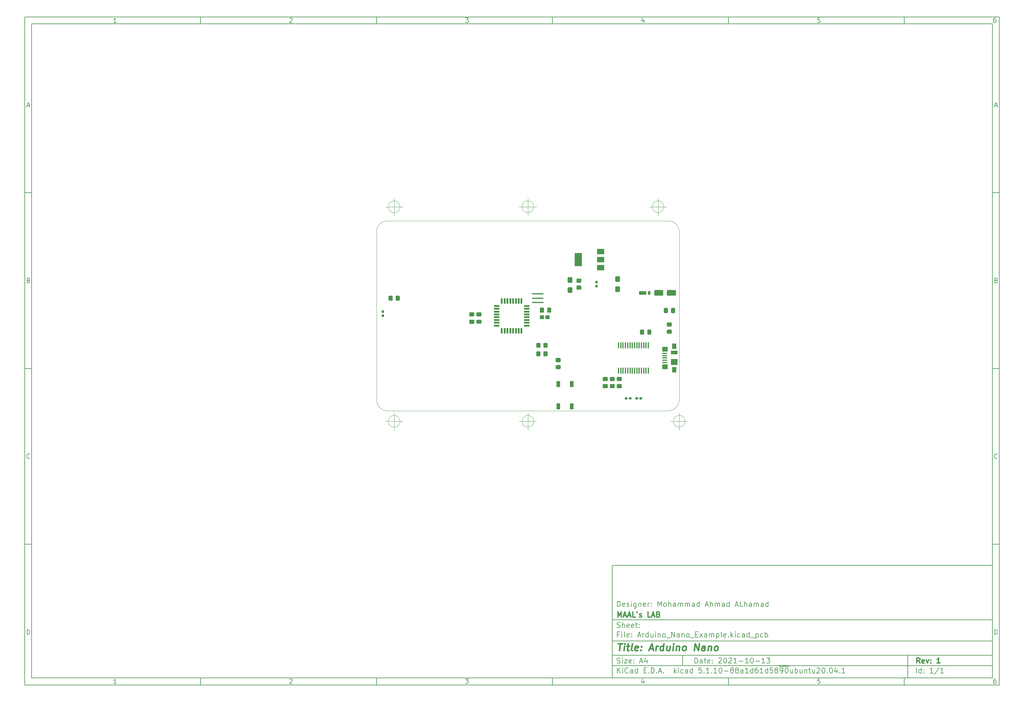
<source format=gbr>
%TF.GenerationSoftware,KiCad,Pcbnew,5.1.10-88a1d61d58~90~ubuntu20.04.1*%
%TF.CreationDate,2021-10-13T17:16:21+03:00*%
%TF.ProjectId,Arduino_Nano_Example,41726475-696e-46f5-9f4e-616e6f5f4578,1*%
%TF.SameCoordinates,Original*%
%TF.FileFunction,Paste,Top*%
%TF.FilePolarity,Positive*%
%FSLAX46Y46*%
G04 Gerber Fmt 4.6, Leading zero omitted, Abs format (unit mm)*
G04 Created by KiCad (PCBNEW 5.1.10-88a1d61d58~90~ubuntu20.04.1) date 2021-10-13 17:16:21*
%MOMM*%
%LPD*%
G01*
G04 APERTURE LIST*
%ADD10C,0.100000*%
%ADD11C,0.150000*%
%ADD12C,0.300000*%
%ADD13C,0.400000*%
%TA.AperFunction,Profile*%
%ADD14C,0.050000*%
%TD*%
%ADD15R,0.450000X1.750000*%
%ADD16R,3.200000X0.400000*%
%ADD17R,1.600000X0.550000*%
%ADD18R,0.550000X1.600000*%
%ADD19R,2.000000X1.500000*%
%ADD20R,2.000000X3.800000*%
%ADD21R,1.000000X1.700000*%
%ADD22R,1.900000X1.000000*%
%ADD23R,1.900000X1.800000*%
%ADD24R,1.300000X1.650000*%
%ADD25R,1.550000X1.425000*%
%ADD26R,1.380000X0.450000*%
%ADD27R,2.000000X1.100000*%
%ADD28R,0.800000X1.100000*%
G04 APERTURE END LIST*
D10*
D11*
X177002200Y-166007200D02*
X177002200Y-198007200D01*
X285002200Y-198007200D01*
X285002200Y-166007200D01*
X177002200Y-166007200D01*
D10*
D11*
X10000000Y-10000000D02*
X10000000Y-200007200D01*
X287002200Y-200007200D01*
X287002200Y-10000000D01*
X10000000Y-10000000D01*
D10*
D11*
X12000000Y-12000000D02*
X12000000Y-198007200D01*
X285002200Y-198007200D01*
X285002200Y-12000000D01*
X12000000Y-12000000D01*
D10*
D11*
X60000000Y-12000000D02*
X60000000Y-10000000D01*
D10*
D11*
X110000000Y-12000000D02*
X110000000Y-10000000D01*
D10*
D11*
X160000000Y-12000000D02*
X160000000Y-10000000D01*
D10*
D11*
X210000000Y-12000000D02*
X210000000Y-10000000D01*
D10*
D11*
X260000000Y-12000000D02*
X260000000Y-10000000D01*
D10*
D11*
X36065476Y-11588095D02*
X35322619Y-11588095D01*
X35694047Y-11588095D02*
X35694047Y-10288095D01*
X35570238Y-10473809D01*
X35446428Y-10597619D01*
X35322619Y-10659523D01*
D10*
D11*
X85322619Y-10411904D02*
X85384523Y-10350000D01*
X85508333Y-10288095D01*
X85817857Y-10288095D01*
X85941666Y-10350000D01*
X86003571Y-10411904D01*
X86065476Y-10535714D01*
X86065476Y-10659523D01*
X86003571Y-10845238D01*
X85260714Y-11588095D01*
X86065476Y-11588095D01*
D10*
D11*
X135260714Y-10288095D02*
X136065476Y-10288095D01*
X135632142Y-10783333D01*
X135817857Y-10783333D01*
X135941666Y-10845238D01*
X136003571Y-10907142D01*
X136065476Y-11030952D01*
X136065476Y-11340476D01*
X136003571Y-11464285D01*
X135941666Y-11526190D01*
X135817857Y-11588095D01*
X135446428Y-11588095D01*
X135322619Y-11526190D01*
X135260714Y-11464285D01*
D10*
D11*
X185941666Y-10721428D02*
X185941666Y-11588095D01*
X185632142Y-10226190D02*
X185322619Y-11154761D01*
X186127380Y-11154761D01*
D10*
D11*
X236003571Y-10288095D02*
X235384523Y-10288095D01*
X235322619Y-10907142D01*
X235384523Y-10845238D01*
X235508333Y-10783333D01*
X235817857Y-10783333D01*
X235941666Y-10845238D01*
X236003571Y-10907142D01*
X236065476Y-11030952D01*
X236065476Y-11340476D01*
X236003571Y-11464285D01*
X235941666Y-11526190D01*
X235817857Y-11588095D01*
X235508333Y-11588095D01*
X235384523Y-11526190D01*
X235322619Y-11464285D01*
D10*
D11*
X285941666Y-10288095D02*
X285694047Y-10288095D01*
X285570238Y-10350000D01*
X285508333Y-10411904D01*
X285384523Y-10597619D01*
X285322619Y-10845238D01*
X285322619Y-11340476D01*
X285384523Y-11464285D01*
X285446428Y-11526190D01*
X285570238Y-11588095D01*
X285817857Y-11588095D01*
X285941666Y-11526190D01*
X286003571Y-11464285D01*
X286065476Y-11340476D01*
X286065476Y-11030952D01*
X286003571Y-10907142D01*
X285941666Y-10845238D01*
X285817857Y-10783333D01*
X285570238Y-10783333D01*
X285446428Y-10845238D01*
X285384523Y-10907142D01*
X285322619Y-11030952D01*
D10*
D11*
X60000000Y-198007200D02*
X60000000Y-200007200D01*
D10*
D11*
X110000000Y-198007200D02*
X110000000Y-200007200D01*
D10*
D11*
X160000000Y-198007200D02*
X160000000Y-200007200D01*
D10*
D11*
X210000000Y-198007200D02*
X210000000Y-200007200D01*
D10*
D11*
X260000000Y-198007200D02*
X260000000Y-200007200D01*
D10*
D11*
X36065476Y-199595295D02*
X35322619Y-199595295D01*
X35694047Y-199595295D02*
X35694047Y-198295295D01*
X35570238Y-198481009D01*
X35446428Y-198604819D01*
X35322619Y-198666723D01*
D10*
D11*
X85322619Y-198419104D02*
X85384523Y-198357200D01*
X85508333Y-198295295D01*
X85817857Y-198295295D01*
X85941666Y-198357200D01*
X86003571Y-198419104D01*
X86065476Y-198542914D01*
X86065476Y-198666723D01*
X86003571Y-198852438D01*
X85260714Y-199595295D01*
X86065476Y-199595295D01*
D10*
D11*
X135260714Y-198295295D02*
X136065476Y-198295295D01*
X135632142Y-198790533D01*
X135817857Y-198790533D01*
X135941666Y-198852438D01*
X136003571Y-198914342D01*
X136065476Y-199038152D01*
X136065476Y-199347676D01*
X136003571Y-199471485D01*
X135941666Y-199533390D01*
X135817857Y-199595295D01*
X135446428Y-199595295D01*
X135322619Y-199533390D01*
X135260714Y-199471485D01*
D10*
D11*
X185941666Y-198728628D02*
X185941666Y-199595295D01*
X185632142Y-198233390D02*
X185322619Y-199161961D01*
X186127380Y-199161961D01*
D10*
D11*
X236003571Y-198295295D02*
X235384523Y-198295295D01*
X235322619Y-198914342D01*
X235384523Y-198852438D01*
X235508333Y-198790533D01*
X235817857Y-198790533D01*
X235941666Y-198852438D01*
X236003571Y-198914342D01*
X236065476Y-199038152D01*
X236065476Y-199347676D01*
X236003571Y-199471485D01*
X235941666Y-199533390D01*
X235817857Y-199595295D01*
X235508333Y-199595295D01*
X235384523Y-199533390D01*
X235322619Y-199471485D01*
D10*
D11*
X285941666Y-198295295D02*
X285694047Y-198295295D01*
X285570238Y-198357200D01*
X285508333Y-198419104D01*
X285384523Y-198604819D01*
X285322619Y-198852438D01*
X285322619Y-199347676D01*
X285384523Y-199471485D01*
X285446428Y-199533390D01*
X285570238Y-199595295D01*
X285817857Y-199595295D01*
X285941666Y-199533390D01*
X286003571Y-199471485D01*
X286065476Y-199347676D01*
X286065476Y-199038152D01*
X286003571Y-198914342D01*
X285941666Y-198852438D01*
X285817857Y-198790533D01*
X285570238Y-198790533D01*
X285446428Y-198852438D01*
X285384523Y-198914342D01*
X285322619Y-199038152D01*
D10*
D11*
X10000000Y-60000000D02*
X12000000Y-60000000D01*
D10*
D11*
X10000000Y-110000000D02*
X12000000Y-110000000D01*
D10*
D11*
X10000000Y-160000000D02*
X12000000Y-160000000D01*
D10*
D11*
X10690476Y-35216666D02*
X11309523Y-35216666D01*
X10566666Y-35588095D02*
X11000000Y-34288095D01*
X11433333Y-35588095D01*
D10*
D11*
X11092857Y-84907142D02*
X11278571Y-84969047D01*
X11340476Y-85030952D01*
X11402380Y-85154761D01*
X11402380Y-85340476D01*
X11340476Y-85464285D01*
X11278571Y-85526190D01*
X11154761Y-85588095D01*
X10659523Y-85588095D01*
X10659523Y-84288095D01*
X11092857Y-84288095D01*
X11216666Y-84350000D01*
X11278571Y-84411904D01*
X11340476Y-84535714D01*
X11340476Y-84659523D01*
X11278571Y-84783333D01*
X11216666Y-84845238D01*
X11092857Y-84907142D01*
X10659523Y-84907142D01*
D10*
D11*
X11402380Y-135464285D02*
X11340476Y-135526190D01*
X11154761Y-135588095D01*
X11030952Y-135588095D01*
X10845238Y-135526190D01*
X10721428Y-135402380D01*
X10659523Y-135278571D01*
X10597619Y-135030952D01*
X10597619Y-134845238D01*
X10659523Y-134597619D01*
X10721428Y-134473809D01*
X10845238Y-134350000D01*
X11030952Y-134288095D01*
X11154761Y-134288095D01*
X11340476Y-134350000D01*
X11402380Y-134411904D01*
D10*
D11*
X10659523Y-185588095D02*
X10659523Y-184288095D01*
X10969047Y-184288095D01*
X11154761Y-184350000D01*
X11278571Y-184473809D01*
X11340476Y-184597619D01*
X11402380Y-184845238D01*
X11402380Y-185030952D01*
X11340476Y-185278571D01*
X11278571Y-185402380D01*
X11154761Y-185526190D01*
X10969047Y-185588095D01*
X10659523Y-185588095D01*
D10*
D11*
X287002200Y-60000000D02*
X285002200Y-60000000D01*
D10*
D11*
X287002200Y-110000000D02*
X285002200Y-110000000D01*
D10*
D11*
X287002200Y-160000000D02*
X285002200Y-160000000D01*
D10*
D11*
X285692676Y-35216666D02*
X286311723Y-35216666D01*
X285568866Y-35588095D02*
X286002200Y-34288095D01*
X286435533Y-35588095D01*
D10*
D11*
X286095057Y-84907142D02*
X286280771Y-84969047D01*
X286342676Y-85030952D01*
X286404580Y-85154761D01*
X286404580Y-85340476D01*
X286342676Y-85464285D01*
X286280771Y-85526190D01*
X286156961Y-85588095D01*
X285661723Y-85588095D01*
X285661723Y-84288095D01*
X286095057Y-84288095D01*
X286218866Y-84350000D01*
X286280771Y-84411904D01*
X286342676Y-84535714D01*
X286342676Y-84659523D01*
X286280771Y-84783333D01*
X286218866Y-84845238D01*
X286095057Y-84907142D01*
X285661723Y-84907142D01*
D10*
D11*
X286404580Y-135464285D02*
X286342676Y-135526190D01*
X286156961Y-135588095D01*
X286033152Y-135588095D01*
X285847438Y-135526190D01*
X285723628Y-135402380D01*
X285661723Y-135278571D01*
X285599819Y-135030952D01*
X285599819Y-134845238D01*
X285661723Y-134597619D01*
X285723628Y-134473809D01*
X285847438Y-134350000D01*
X286033152Y-134288095D01*
X286156961Y-134288095D01*
X286342676Y-134350000D01*
X286404580Y-134411904D01*
D10*
D11*
X285661723Y-185588095D02*
X285661723Y-184288095D01*
X285971247Y-184288095D01*
X286156961Y-184350000D01*
X286280771Y-184473809D01*
X286342676Y-184597619D01*
X286404580Y-184845238D01*
X286404580Y-185030952D01*
X286342676Y-185278571D01*
X286280771Y-185402380D01*
X286156961Y-185526190D01*
X285971247Y-185588095D01*
X285661723Y-185588095D01*
D10*
D11*
X200434342Y-193785771D02*
X200434342Y-192285771D01*
X200791485Y-192285771D01*
X201005771Y-192357200D01*
X201148628Y-192500057D01*
X201220057Y-192642914D01*
X201291485Y-192928628D01*
X201291485Y-193142914D01*
X201220057Y-193428628D01*
X201148628Y-193571485D01*
X201005771Y-193714342D01*
X200791485Y-193785771D01*
X200434342Y-193785771D01*
X202577200Y-193785771D02*
X202577200Y-193000057D01*
X202505771Y-192857200D01*
X202362914Y-192785771D01*
X202077200Y-192785771D01*
X201934342Y-192857200D01*
X202577200Y-193714342D02*
X202434342Y-193785771D01*
X202077200Y-193785771D01*
X201934342Y-193714342D01*
X201862914Y-193571485D01*
X201862914Y-193428628D01*
X201934342Y-193285771D01*
X202077200Y-193214342D01*
X202434342Y-193214342D01*
X202577200Y-193142914D01*
X203077200Y-192785771D02*
X203648628Y-192785771D01*
X203291485Y-192285771D02*
X203291485Y-193571485D01*
X203362914Y-193714342D01*
X203505771Y-193785771D01*
X203648628Y-193785771D01*
X204720057Y-193714342D02*
X204577200Y-193785771D01*
X204291485Y-193785771D01*
X204148628Y-193714342D01*
X204077200Y-193571485D01*
X204077200Y-193000057D01*
X204148628Y-192857200D01*
X204291485Y-192785771D01*
X204577200Y-192785771D01*
X204720057Y-192857200D01*
X204791485Y-193000057D01*
X204791485Y-193142914D01*
X204077200Y-193285771D01*
X205434342Y-193642914D02*
X205505771Y-193714342D01*
X205434342Y-193785771D01*
X205362914Y-193714342D01*
X205434342Y-193642914D01*
X205434342Y-193785771D01*
X205434342Y-192857200D02*
X205505771Y-192928628D01*
X205434342Y-193000057D01*
X205362914Y-192928628D01*
X205434342Y-192857200D01*
X205434342Y-193000057D01*
X207220057Y-192428628D02*
X207291485Y-192357200D01*
X207434342Y-192285771D01*
X207791485Y-192285771D01*
X207934342Y-192357200D01*
X208005771Y-192428628D01*
X208077200Y-192571485D01*
X208077200Y-192714342D01*
X208005771Y-192928628D01*
X207148628Y-193785771D01*
X208077200Y-193785771D01*
X209005771Y-192285771D02*
X209148628Y-192285771D01*
X209291485Y-192357200D01*
X209362914Y-192428628D01*
X209434342Y-192571485D01*
X209505771Y-192857200D01*
X209505771Y-193214342D01*
X209434342Y-193500057D01*
X209362914Y-193642914D01*
X209291485Y-193714342D01*
X209148628Y-193785771D01*
X209005771Y-193785771D01*
X208862914Y-193714342D01*
X208791485Y-193642914D01*
X208720057Y-193500057D01*
X208648628Y-193214342D01*
X208648628Y-192857200D01*
X208720057Y-192571485D01*
X208791485Y-192428628D01*
X208862914Y-192357200D01*
X209005771Y-192285771D01*
X210077200Y-192428628D02*
X210148628Y-192357200D01*
X210291485Y-192285771D01*
X210648628Y-192285771D01*
X210791485Y-192357200D01*
X210862914Y-192428628D01*
X210934342Y-192571485D01*
X210934342Y-192714342D01*
X210862914Y-192928628D01*
X210005771Y-193785771D01*
X210934342Y-193785771D01*
X212362914Y-193785771D02*
X211505771Y-193785771D01*
X211934342Y-193785771D02*
X211934342Y-192285771D01*
X211791485Y-192500057D01*
X211648628Y-192642914D01*
X211505771Y-192714342D01*
X213005771Y-193214342D02*
X214148628Y-193214342D01*
X215648628Y-193785771D02*
X214791485Y-193785771D01*
X215220057Y-193785771D02*
X215220057Y-192285771D01*
X215077200Y-192500057D01*
X214934342Y-192642914D01*
X214791485Y-192714342D01*
X216577200Y-192285771D02*
X216720057Y-192285771D01*
X216862914Y-192357200D01*
X216934342Y-192428628D01*
X217005771Y-192571485D01*
X217077200Y-192857200D01*
X217077200Y-193214342D01*
X217005771Y-193500057D01*
X216934342Y-193642914D01*
X216862914Y-193714342D01*
X216720057Y-193785771D01*
X216577200Y-193785771D01*
X216434342Y-193714342D01*
X216362914Y-193642914D01*
X216291485Y-193500057D01*
X216220057Y-193214342D01*
X216220057Y-192857200D01*
X216291485Y-192571485D01*
X216362914Y-192428628D01*
X216434342Y-192357200D01*
X216577200Y-192285771D01*
X217720057Y-193214342D02*
X218862914Y-193214342D01*
X220362914Y-193785771D02*
X219505771Y-193785771D01*
X219934342Y-193785771D02*
X219934342Y-192285771D01*
X219791485Y-192500057D01*
X219648628Y-192642914D01*
X219505771Y-192714342D01*
X220862914Y-192285771D02*
X221791485Y-192285771D01*
X221291485Y-192857200D01*
X221505771Y-192857200D01*
X221648628Y-192928628D01*
X221720057Y-193000057D01*
X221791485Y-193142914D01*
X221791485Y-193500057D01*
X221720057Y-193642914D01*
X221648628Y-193714342D01*
X221505771Y-193785771D01*
X221077200Y-193785771D01*
X220934342Y-193714342D01*
X220862914Y-193642914D01*
D10*
D11*
X177002200Y-194507200D02*
X285002200Y-194507200D01*
D10*
D11*
X178434342Y-196585771D02*
X178434342Y-195085771D01*
X179291485Y-196585771D02*
X178648628Y-195728628D01*
X179291485Y-195085771D02*
X178434342Y-195942914D01*
X179934342Y-196585771D02*
X179934342Y-195585771D01*
X179934342Y-195085771D02*
X179862914Y-195157200D01*
X179934342Y-195228628D01*
X180005771Y-195157200D01*
X179934342Y-195085771D01*
X179934342Y-195228628D01*
X181505771Y-196442914D02*
X181434342Y-196514342D01*
X181220057Y-196585771D01*
X181077200Y-196585771D01*
X180862914Y-196514342D01*
X180720057Y-196371485D01*
X180648628Y-196228628D01*
X180577200Y-195942914D01*
X180577200Y-195728628D01*
X180648628Y-195442914D01*
X180720057Y-195300057D01*
X180862914Y-195157200D01*
X181077200Y-195085771D01*
X181220057Y-195085771D01*
X181434342Y-195157200D01*
X181505771Y-195228628D01*
X182791485Y-196585771D02*
X182791485Y-195800057D01*
X182720057Y-195657200D01*
X182577200Y-195585771D01*
X182291485Y-195585771D01*
X182148628Y-195657200D01*
X182791485Y-196514342D02*
X182648628Y-196585771D01*
X182291485Y-196585771D01*
X182148628Y-196514342D01*
X182077200Y-196371485D01*
X182077200Y-196228628D01*
X182148628Y-196085771D01*
X182291485Y-196014342D01*
X182648628Y-196014342D01*
X182791485Y-195942914D01*
X184148628Y-196585771D02*
X184148628Y-195085771D01*
X184148628Y-196514342D02*
X184005771Y-196585771D01*
X183720057Y-196585771D01*
X183577200Y-196514342D01*
X183505771Y-196442914D01*
X183434342Y-196300057D01*
X183434342Y-195871485D01*
X183505771Y-195728628D01*
X183577200Y-195657200D01*
X183720057Y-195585771D01*
X184005771Y-195585771D01*
X184148628Y-195657200D01*
X186005771Y-195800057D02*
X186505771Y-195800057D01*
X186720057Y-196585771D02*
X186005771Y-196585771D01*
X186005771Y-195085771D01*
X186720057Y-195085771D01*
X187362914Y-196442914D02*
X187434342Y-196514342D01*
X187362914Y-196585771D01*
X187291485Y-196514342D01*
X187362914Y-196442914D01*
X187362914Y-196585771D01*
X188077200Y-196585771D02*
X188077200Y-195085771D01*
X188434342Y-195085771D01*
X188648628Y-195157200D01*
X188791485Y-195300057D01*
X188862914Y-195442914D01*
X188934342Y-195728628D01*
X188934342Y-195942914D01*
X188862914Y-196228628D01*
X188791485Y-196371485D01*
X188648628Y-196514342D01*
X188434342Y-196585771D01*
X188077200Y-196585771D01*
X189577200Y-196442914D02*
X189648628Y-196514342D01*
X189577200Y-196585771D01*
X189505771Y-196514342D01*
X189577200Y-196442914D01*
X189577200Y-196585771D01*
X190220057Y-196157200D02*
X190934342Y-196157200D01*
X190077200Y-196585771D02*
X190577200Y-195085771D01*
X191077200Y-196585771D01*
X191577200Y-196442914D02*
X191648628Y-196514342D01*
X191577200Y-196585771D01*
X191505771Y-196514342D01*
X191577200Y-196442914D01*
X191577200Y-196585771D01*
X194577200Y-196585771D02*
X194577200Y-195085771D01*
X194720057Y-196014342D02*
X195148628Y-196585771D01*
X195148628Y-195585771D02*
X194577200Y-196157200D01*
X195791485Y-196585771D02*
X195791485Y-195585771D01*
X195791485Y-195085771D02*
X195720057Y-195157200D01*
X195791485Y-195228628D01*
X195862914Y-195157200D01*
X195791485Y-195085771D01*
X195791485Y-195228628D01*
X197148628Y-196514342D02*
X197005771Y-196585771D01*
X196720057Y-196585771D01*
X196577200Y-196514342D01*
X196505771Y-196442914D01*
X196434342Y-196300057D01*
X196434342Y-195871485D01*
X196505771Y-195728628D01*
X196577200Y-195657200D01*
X196720057Y-195585771D01*
X197005771Y-195585771D01*
X197148628Y-195657200D01*
X198434342Y-196585771D02*
X198434342Y-195800057D01*
X198362914Y-195657200D01*
X198220057Y-195585771D01*
X197934342Y-195585771D01*
X197791485Y-195657200D01*
X198434342Y-196514342D02*
X198291485Y-196585771D01*
X197934342Y-196585771D01*
X197791485Y-196514342D01*
X197720057Y-196371485D01*
X197720057Y-196228628D01*
X197791485Y-196085771D01*
X197934342Y-196014342D01*
X198291485Y-196014342D01*
X198434342Y-195942914D01*
X199791485Y-196585771D02*
X199791485Y-195085771D01*
X199791485Y-196514342D02*
X199648628Y-196585771D01*
X199362914Y-196585771D01*
X199220057Y-196514342D01*
X199148628Y-196442914D01*
X199077200Y-196300057D01*
X199077200Y-195871485D01*
X199148628Y-195728628D01*
X199220057Y-195657200D01*
X199362914Y-195585771D01*
X199648628Y-195585771D01*
X199791485Y-195657200D01*
X202362914Y-195085771D02*
X201648628Y-195085771D01*
X201577200Y-195800057D01*
X201648628Y-195728628D01*
X201791485Y-195657200D01*
X202148628Y-195657200D01*
X202291485Y-195728628D01*
X202362914Y-195800057D01*
X202434342Y-195942914D01*
X202434342Y-196300057D01*
X202362914Y-196442914D01*
X202291485Y-196514342D01*
X202148628Y-196585771D01*
X201791485Y-196585771D01*
X201648628Y-196514342D01*
X201577200Y-196442914D01*
X203077200Y-196442914D02*
X203148628Y-196514342D01*
X203077200Y-196585771D01*
X203005771Y-196514342D01*
X203077200Y-196442914D01*
X203077200Y-196585771D01*
X204577200Y-196585771D02*
X203720057Y-196585771D01*
X204148628Y-196585771D02*
X204148628Y-195085771D01*
X204005771Y-195300057D01*
X203862914Y-195442914D01*
X203720057Y-195514342D01*
X205220057Y-196442914D02*
X205291485Y-196514342D01*
X205220057Y-196585771D01*
X205148628Y-196514342D01*
X205220057Y-196442914D01*
X205220057Y-196585771D01*
X206720057Y-196585771D02*
X205862914Y-196585771D01*
X206291485Y-196585771D02*
X206291485Y-195085771D01*
X206148628Y-195300057D01*
X206005771Y-195442914D01*
X205862914Y-195514342D01*
X207648628Y-195085771D02*
X207791485Y-195085771D01*
X207934342Y-195157200D01*
X208005771Y-195228628D01*
X208077200Y-195371485D01*
X208148628Y-195657200D01*
X208148628Y-196014342D01*
X208077200Y-196300057D01*
X208005771Y-196442914D01*
X207934342Y-196514342D01*
X207791485Y-196585771D01*
X207648628Y-196585771D01*
X207505771Y-196514342D01*
X207434342Y-196442914D01*
X207362914Y-196300057D01*
X207291485Y-196014342D01*
X207291485Y-195657200D01*
X207362914Y-195371485D01*
X207434342Y-195228628D01*
X207505771Y-195157200D01*
X207648628Y-195085771D01*
X208791485Y-196014342D02*
X209934342Y-196014342D01*
X210862914Y-195728628D02*
X210720057Y-195657200D01*
X210648628Y-195585771D01*
X210577200Y-195442914D01*
X210577200Y-195371485D01*
X210648628Y-195228628D01*
X210720057Y-195157200D01*
X210862914Y-195085771D01*
X211148628Y-195085771D01*
X211291485Y-195157200D01*
X211362914Y-195228628D01*
X211434342Y-195371485D01*
X211434342Y-195442914D01*
X211362914Y-195585771D01*
X211291485Y-195657200D01*
X211148628Y-195728628D01*
X210862914Y-195728628D01*
X210720057Y-195800057D01*
X210648628Y-195871485D01*
X210577200Y-196014342D01*
X210577200Y-196300057D01*
X210648628Y-196442914D01*
X210720057Y-196514342D01*
X210862914Y-196585771D01*
X211148628Y-196585771D01*
X211291485Y-196514342D01*
X211362914Y-196442914D01*
X211434342Y-196300057D01*
X211434342Y-196014342D01*
X211362914Y-195871485D01*
X211291485Y-195800057D01*
X211148628Y-195728628D01*
X212291485Y-195728628D02*
X212148628Y-195657200D01*
X212077200Y-195585771D01*
X212005771Y-195442914D01*
X212005771Y-195371485D01*
X212077200Y-195228628D01*
X212148628Y-195157200D01*
X212291485Y-195085771D01*
X212577200Y-195085771D01*
X212720057Y-195157200D01*
X212791485Y-195228628D01*
X212862914Y-195371485D01*
X212862914Y-195442914D01*
X212791485Y-195585771D01*
X212720057Y-195657200D01*
X212577200Y-195728628D01*
X212291485Y-195728628D01*
X212148628Y-195800057D01*
X212077200Y-195871485D01*
X212005771Y-196014342D01*
X212005771Y-196300057D01*
X212077200Y-196442914D01*
X212148628Y-196514342D01*
X212291485Y-196585771D01*
X212577200Y-196585771D01*
X212720057Y-196514342D01*
X212791485Y-196442914D01*
X212862914Y-196300057D01*
X212862914Y-196014342D01*
X212791485Y-195871485D01*
X212720057Y-195800057D01*
X212577200Y-195728628D01*
X214148628Y-196585771D02*
X214148628Y-195800057D01*
X214077200Y-195657200D01*
X213934342Y-195585771D01*
X213648628Y-195585771D01*
X213505771Y-195657200D01*
X214148628Y-196514342D02*
X214005771Y-196585771D01*
X213648628Y-196585771D01*
X213505771Y-196514342D01*
X213434342Y-196371485D01*
X213434342Y-196228628D01*
X213505771Y-196085771D01*
X213648628Y-196014342D01*
X214005771Y-196014342D01*
X214148628Y-195942914D01*
X215648628Y-196585771D02*
X214791485Y-196585771D01*
X215220057Y-196585771D02*
X215220057Y-195085771D01*
X215077200Y-195300057D01*
X214934342Y-195442914D01*
X214791485Y-195514342D01*
X216934342Y-196585771D02*
X216934342Y-195085771D01*
X216934342Y-196514342D02*
X216791485Y-196585771D01*
X216505771Y-196585771D01*
X216362914Y-196514342D01*
X216291485Y-196442914D01*
X216220057Y-196300057D01*
X216220057Y-195871485D01*
X216291485Y-195728628D01*
X216362914Y-195657200D01*
X216505771Y-195585771D01*
X216791485Y-195585771D01*
X216934342Y-195657200D01*
X218291485Y-195085771D02*
X218005771Y-195085771D01*
X217862914Y-195157200D01*
X217791485Y-195228628D01*
X217648628Y-195442914D01*
X217577200Y-195728628D01*
X217577200Y-196300057D01*
X217648628Y-196442914D01*
X217720057Y-196514342D01*
X217862914Y-196585771D01*
X218148628Y-196585771D01*
X218291485Y-196514342D01*
X218362914Y-196442914D01*
X218434342Y-196300057D01*
X218434342Y-195942914D01*
X218362914Y-195800057D01*
X218291485Y-195728628D01*
X218148628Y-195657200D01*
X217862914Y-195657200D01*
X217720057Y-195728628D01*
X217648628Y-195800057D01*
X217577200Y-195942914D01*
X219862914Y-196585771D02*
X219005771Y-196585771D01*
X219434342Y-196585771D02*
X219434342Y-195085771D01*
X219291485Y-195300057D01*
X219148628Y-195442914D01*
X219005771Y-195514342D01*
X221148628Y-196585771D02*
X221148628Y-195085771D01*
X221148628Y-196514342D02*
X221005771Y-196585771D01*
X220720057Y-196585771D01*
X220577200Y-196514342D01*
X220505771Y-196442914D01*
X220434342Y-196300057D01*
X220434342Y-195871485D01*
X220505771Y-195728628D01*
X220577200Y-195657200D01*
X220720057Y-195585771D01*
X221005771Y-195585771D01*
X221148628Y-195657200D01*
X222577200Y-195085771D02*
X221862914Y-195085771D01*
X221791485Y-195800057D01*
X221862914Y-195728628D01*
X222005771Y-195657200D01*
X222362914Y-195657200D01*
X222505771Y-195728628D01*
X222577200Y-195800057D01*
X222648628Y-195942914D01*
X222648628Y-196300057D01*
X222577200Y-196442914D01*
X222505771Y-196514342D01*
X222362914Y-196585771D01*
X222005771Y-196585771D01*
X221862914Y-196514342D01*
X221791485Y-196442914D01*
X223505771Y-195728628D02*
X223362914Y-195657200D01*
X223291485Y-195585771D01*
X223220057Y-195442914D01*
X223220057Y-195371485D01*
X223291485Y-195228628D01*
X223362914Y-195157200D01*
X223505771Y-195085771D01*
X223791485Y-195085771D01*
X223934342Y-195157200D01*
X224005771Y-195228628D01*
X224077200Y-195371485D01*
X224077200Y-195442914D01*
X224005771Y-195585771D01*
X223934342Y-195657200D01*
X223791485Y-195728628D01*
X223505771Y-195728628D01*
X223362914Y-195800057D01*
X223291485Y-195871485D01*
X223220057Y-196014342D01*
X223220057Y-196300057D01*
X223291485Y-196442914D01*
X223362914Y-196514342D01*
X223505771Y-196585771D01*
X223791485Y-196585771D01*
X223934342Y-196514342D01*
X224005771Y-196442914D01*
X224077200Y-196300057D01*
X224077200Y-196014342D01*
X224005771Y-195871485D01*
X223934342Y-195800057D01*
X223791485Y-195728628D01*
X224362914Y-194677200D02*
X225791485Y-194677200D01*
X224791485Y-196585771D02*
X225077200Y-196585771D01*
X225220057Y-196514342D01*
X225291485Y-196442914D01*
X225434342Y-196228628D01*
X225505771Y-195942914D01*
X225505771Y-195371485D01*
X225434342Y-195228628D01*
X225362914Y-195157200D01*
X225220057Y-195085771D01*
X224934342Y-195085771D01*
X224791485Y-195157200D01*
X224720057Y-195228628D01*
X224648628Y-195371485D01*
X224648628Y-195728628D01*
X224720057Y-195871485D01*
X224791485Y-195942914D01*
X224934342Y-196014342D01*
X225220057Y-196014342D01*
X225362914Y-195942914D01*
X225434342Y-195871485D01*
X225505771Y-195728628D01*
X225791485Y-194677200D02*
X227220057Y-194677200D01*
X226434342Y-195085771D02*
X226577199Y-195085771D01*
X226720057Y-195157200D01*
X226791485Y-195228628D01*
X226862914Y-195371485D01*
X226934342Y-195657200D01*
X226934342Y-196014342D01*
X226862914Y-196300057D01*
X226791485Y-196442914D01*
X226720057Y-196514342D01*
X226577199Y-196585771D01*
X226434342Y-196585771D01*
X226291485Y-196514342D01*
X226220057Y-196442914D01*
X226148628Y-196300057D01*
X226077199Y-196014342D01*
X226077199Y-195657200D01*
X226148628Y-195371485D01*
X226220057Y-195228628D01*
X226291485Y-195157200D01*
X226434342Y-195085771D01*
X228220057Y-195585771D02*
X228220057Y-196585771D01*
X227577199Y-195585771D02*
X227577199Y-196371485D01*
X227648628Y-196514342D01*
X227791485Y-196585771D01*
X228005771Y-196585771D01*
X228148628Y-196514342D01*
X228220057Y-196442914D01*
X228934342Y-196585771D02*
X228934342Y-195085771D01*
X228934342Y-195657200D02*
X229077199Y-195585771D01*
X229362914Y-195585771D01*
X229505771Y-195657200D01*
X229577199Y-195728628D01*
X229648628Y-195871485D01*
X229648628Y-196300057D01*
X229577199Y-196442914D01*
X229505771Y-196514342D01*
X229362914Y-196585771D01*
X229077199Y-196585771D01*
X228934342Y-196514342D01*
X230934342Y-195585771D02*
X230934342Y-196585771D01*
X230291485Y-195585771D02*
X230291485Y-196371485D01*
X230362914Y-196514342D01*
X230505771Y-196585771D01*
X230720057Y-196585771D01*
X230862914Y-196514342D01*
X230934342Y-196442914D01*
X231648628Y-195585771D02*
X231648628Y-196585771D01*
X231648628Y-195728628D02*
X231720057Y-195657200D01*
X231862914Y-195585771D01*
X232077199Y-195585771D01*
X232220057Y-195657200D01*
X232291485Y-195800057D01*
X232291485Y-196585771D01*
X232791485Y-195585771D02*
X233362914Y-195585771D01*
X233005771Y-195085771D02*
X233005771Y-196371485D01*
X233077199Y-196514342D01*
X233220057Y-196585771D01*
X233362914Y-196585771D01*
X234505771Y-195585771D02*
X234505771Y-196585771D01*
X233862914Y-195585771D02*
X233862914Y-196371485D01*
X233934342Y-196514342D01*
X234077200Y-196585771D01*
X234291485Y-196585771D01*
X234434342Y-196514342D01*
X234505771Y-196442914D01*
X235148628Y-195228628D02*
X235220057Y-195157200D01*
X235362914Y-195085771D01*
X235720057Y-195085771D01*
X235862914Y-195157200D01*
X235934342Y-195228628D01*
X236005771Y-195371485D01*
X236005771Y-195514342D01*
X235934342Y-195728628D01*
X235077200Y-196585771D01*
X236005771Y-196585771D01*
X236934342Y-195085771D02*
X237077199Y-195085771D01*
X237220057Y-195157200D01*
X237291485Y-195228628D01*
X237362914Y-195371485D01*
X237434342Y-195657200D01*
X237434342Y-196014342D01*
X237362914Y-196300057D01*
X237291485Y-196442914D01*
X237220057Y-196514342D01*
X237077199Y-196585771D01*
X236934342Y-196585771D01*
X236791485Y-196514342D01*
X236720057Y-196442914D01*
X236648628Y-196300057D01*
X236577199Y-196014342D01*
X236577199Y-195657200D01*
X236648628Y-195371485D01*
X236720057Y-195228628D01*
X236791485Y-195157200D01*
X236934342Y-195085771D01*
X238077199Y-196442914D02*
X238148628Y-196514342D01*
X238077199Y-196585771D01*
X238005771Y-196514342D01*
X238077199Y-196442914D01*
X238077199Y-196585771D01*
X239077199Y-195085771D02*
X239220057Y-195085771D01*
X239362914Y-195157200D01*
X239434342Y-195228628D01*
X239505771Y-195371485D01*
X239577199Y-195657200D01*
X239577199Y-196014342D01*
X239505771Y-196300057D01*
X239434342Y-196442914D01*
X239362914Y-196514342D01*
X239220057Y-196585771D01*
X239077199Y-196585771D01*
X238934342Y-196514342D01*
X238862914Y-196442914D01*
X238791485Y-196300057D01*
X238720057Y-196014342D01*
X238720057Y-195657200D01*
X238791485Y-195371485D01*
X238862914Y-195228628D01*
X238934342Y-195157200D01*
X239077199Y-195085771D01*
X240862914Y-195585771D02*
X240862914Y-196585771D01*
X240505771Y-195014342D02*
X240148628Y-196085771D01*
X241077199Y-196085771D01*
X241648628Y-196442914D02*
X241720057Y-196514342D01*
X241648628Y-196585771D01*
X241577199Y-196514342D01*
X241648628Y-196442914D01*
X241648628Y-196585771D01*
X243148628Y-196585771D02*
X242291485Y-196585771D01*
X242720057Y-196585771D02*
X242720057Y-195085771D01*
X242577199Y-195300057D01*
X242434342Y-195442914D01*
X242291485Y-195514342D01*
D10*
D11*
X177002200Y-191507200D02*
X285002200Y-191507200D01*
D10*
D12*
X264411485Y-193785771D02*
X263911485Y-193071485D01*
X263554342Y-193785771D02*
X263554342Y-192285771D01*
X264125771Y-192285771D01*
X264268628Y-192357200D01*
X264340057Y-192428628D01*
X264411485Y-192571485D01*
X264411485Y-192785771D01*
X264340057Y-192928628D01*
X264268628Y-193000057D01*
X264125771Y-193071485D01*
X263554342Y-193071485D01*
X265625771Y-193714342D02*
X265482914Y-193785771D01*
X265197200Y-193785771D01*
X265054342Y-193714342D01*
X264982914Y-193571485D01*
X264982914Y-193000057D01*
X265054342Y-192857200D01*
X265197200Y-192785771D01*
X265482914Y-192785771D01*
X265625771Y-192857200D01*
X265697200Y-193000057D01*
X265697200Y-193142914D01*
X264982914Y-193285771D01*
X266197200Y-192785771D02*
X266554342Y-193785771D01*
X266911485Y-192785771D01*
X267482914Y-193642914D02*
X267554342Y-193714342D01*
X267482914Y-193785771D01*
X267411485Y-193714342D01*
X267482914Y-193642914D01*
X267482914Y-193785771D01*
X267482914Y-192857200D02*
X267554342Y-192928628D01*
X267482914Y-193000057D01*
X267411485Y-192928628D01*
X267482914Y-192857200D01*
X267482914Y-193000057D01*
X270125771Y-193785771D02*
X269268628Y-193785771D01*
X269697200Y-193785771D02*
X269697200Y-192285771D01*
X269554342Y-192500057D01*
X269411485Y-192642914D01*
X269268628Y-192714342D01*
D10*
D11*
X178362914Y-193714342D02*
X178577200Y-193785771D01*
X178934342Y-193785771D01*
X179077200Y-193714342D01*
X179148628Y-193642914D01*
X179220057Y-193500057D01*
X179220057Y-193357200D01*
X179148628Y-193214342D01*
X179077200Y-193142914D01*
X178934342Y-193071485D01*
X178648628Y-193000057D01*
X178505771Y-192928628D01*
X178434342Y-192857200D01*
X178362914Y-192714342D01*
X178362914Y-192571485D01*
X178434342Y-192428628D01*
X178505771Y-192357200D01*
X178648628Y-192285771D01*
X179005771Y-192285771D01*
X179220057Y-192357200D01*
X179862914Y-193785771D02*
X179862914Y-192785771D01*
X179862914Y-192285771D02*
X179791485Y-192357200D01*
X179862914Y-192428628D01*
X179934342Y-192357200D01*
X179862914Y-192285771D01*
X179862914Y-192428628D01*
X180434342Y-192785771D02*
X181220057Y-192785771D01*
X180434342Y-193785771D01*
X181220057Y-193785771D01*
X182362914Y-193714342D02*
X182220057Y-193785771D01*
X181934342Y-193785771D01*
X181791485Y-193714342D01*
X181720057Y-193571485D01*
X181720057Y-193000057D01*
X181791485Y-192857200D01*
X181934342Y-192785771D01*
X182220057Y-192785771D01*
X182362914Y-192857200D01*
X182434342Y-193000057D01*
X182434342Y-193142914D01*
X181720057Y-193285771D01*
X183077200Y-193642914D02*
X183148628Y-193714342D01*
X183077200Y-193785771D01*
X183005771Y-193714342D01*
X183077200Y-193642914D01*
X183077200Y-193785771D01*
X183077200Y-192857200D02*
X183148628Y-192928628D01*
X183077200Y-193000057D01*
X183005771Y-192928628D01*
X183077200Y-192857200D01*
X183077200Y-193000057D01*
X184862914Y-193357200D02*
X185577200Y-193357200D01*
X184720057Y-193785771D02*
X185220057Y-192285771D01*
X185720057Y-193785771D01*
X186862914Y-192785771D02*
X186862914Y-193785771D01*
X186505771Y-192214342D02*
X186148628Y-193285771D01*
X187077200Y-193285771D01*
D10*
D11*
X263434342Y-196585771D02*
X263434342Y-195085771D01*
X264791485Y-196585771D02*
X264791485Y-195085771D01*
X264791485Y-196514342D02*
X264648628Y-196585771D01*
X264362914Y-196585771D01*
X264220057Y-196514342D01*
X264148628Y-196442914D01*
X264077200Y-196300057D01*
X264077200Y-195871485D01*
X264148628Y-195728628D01*
X264220057Y-195657200D01*
X264362914Y-195585771D01*
X264648628Y-195585771D01*
X264791485Y-195657200D01*
X265505771Y-196442914D02*
X265577200Y-196514342D01*
X265505771Y-196585771D01*
X265434342Y-196514342D01*
X265505771Y-196442914D01*
X265505771Y-196585771D01*
X265505771Y-195657200D02*
X265577200Y-195728628D01*
X265505771Y-195800057D01*
X265434342Y-195728628D01*
X265505771Y-195657200D01*
X265505771Y-195800057D01*
X268148628Y-196585771D02*
X267291485Y-196585771D01*
X267720057Y-196585771D02*
X267720057Y-195085771D01*
X267577200Y-195300057D01*
X267434342Y-195442914D01*
X267291485Y-195514342D01*
X269862914Y-195014342D02*
X268577200Y-196942914D01*
X271148628Y-196585771D02*
X270291485Y-196585771D01*
X270720057Y-196585771D02*
X270720057Y-195085771D01*
X270577200Y-195300057D01*
X270434342Y-195442914D01*
X270291485Y-195514342D01*
D10*
D11*
X177002200Y-187507200D02*
X285002200Y-187507200D01*
D10*
D13*
X178714580Y-188211961D02*
X179857438Y-188211961D01*
X179036009Y-190211961D02*
X179286009Y-188211961D01*
X180274104Y-190211961D02*
X180440771Y-188878628D01*
X180524104Y-188211961D02*
X180416961Y-188307200D01*
X180500295Y-188402438D01*
X180607438Y-188307200D01*
X180524104Y-188211961D01*
X180500295Y-188402438D01*
X181107438Y-188878628D02*
X181869342Y-188878628D01*
X181476485Y-188211961D02*
X181262200Y-189926247D01*
X181333628Y-190116723D01*
X181512200Y-190211961D01*
X181702676Y-190211961D01*
X182655057Y-190211961D02*
X182476485Y-190116723D01*
X182405057Y-189926247D01*
X182619342Y-188211961D01*
X184190771Y-190116723D02*
X183988390Y-190211961D01*
X183607438Y-190211961D01*
X183428866Y-190116723D01*
X183357438Y-189926247D01*
X183452676Y-189164342D01*
X183571723Y-188973866D01*
X183774104Y-188878628D01*
X184155057Y-188878628D01*
X184333628Y-188973866D01*
X184405057Y-189164342D01*
X184381247Y-189354819D01*
X183405057Y-189545295D01*
X185155057Y-190021485D02*
X185238390Y-190116723D01*
X185131247Y-190211961D01*
X185047914Y-190116723D01*
X185155057Y-190021485D01*
X185131247Y-190211961D01*
X185286009Y-188973866D02*
X185369342Y-189069104D01*
X185262200Y-189164342D01*
X185178866Y-189069104D01*
X185286009Y-188973866D01*
X185262200Y-189164342D01*
X187583628Y-189640533D02*
X188536009Y-189640533D01*
X187321723Y-190211961D02*
X188238390Y-188211961D01*
X188655057Y-190211961D01*
X189321723Y-190211961D02*
X189488390Y-188878628D01*
X189440771Y-189259580D02*
X189559819Y-189069104D01*
X189666961Y-188973866D01*
X189869342Y-188878628D01*
X190059819Y-188878628D01*
X191416961Y-190211961D02*
X191666961Y-188211961D01*
X191428866Y-190116723D02*
X191226485Y-190211961D01*
X190845533Y-190211961D01*
X190666961Y-190116723D01*
X190583628Y-190021485D01*
X190512200Y-189831009D01*
X190583628Y-189259580D01*
X190702676Y-189069104D01*
X190809819Y-188973866D01*
X191012200Y-188878628D01*
X191393152Y-188878628D01*
X191571723Y-188973866D01*
X193393152Y-188878628D02*
X193226485Y-190211961D01*
X192536009Y-188878628D02*
X192405057Y-189926247D01*
X192476485Y-190116723D01*
X192655057Y-190211961D01*
X192940771Y-190211961D01*
X193143152Y-190116723D01*
X193250295Y-190021485D01*
X194178866Y-190211961D02*
X194345533Y-188878628D01*
X194428866Y-188211961D02*
X194321723Y-188307200D01*
X194405057Y-188402438D01*
X194512200Y-188307200D01*
X194428866Y-188211961D01*
X194405057Y-188402438D01*
X195297914Y-188878628D02*
X195131247Y-190211961D01*
X195274104Y-189069104D02*
X195381247Y-188973866D01*
X195583628Y-188878628D01*
X195869342Y-188878628D01*
X196047914Y-188973866D01*
X196119342Y-189164342D01*
X195988390Y-190211961D01*
X197226485Y-190211961D02*
X197047914Y-190116723D01*
X196964580Y-190021485D01*
X196893152Y-189831009D01*
X196964580Y-189259580D01*
X197083628Y-189069104D01*
X197190771Y-188973866D01*
X197393152Y-188878628D01*
X197678866Y-188878628D01*
X197857438Y-188973866D01*
X197940771Y-189069104D01*
X198012200Y-189259580D01*
X197940771Y-189831009D01*
X197821723Y-190021485D01*
X197714580Y-190116723D01*
X197512200Y-190211961D01*
X197226485Y-190211961D01*
X200274104Y-190211961D02*
X200524104Y-188211961D01*
X201416961Y-190211961D01*
X201666961Y-188211961D01*
X203226485Y-190211961D02*
X203357438Y-189164342D01*
X203286009Y-188973866D01*
X203107438Y-188878628D01*
X202726485Y-188878628D01*
X202524104Y-188973866D01*
X203238390Y-190116723D02*
X203036009Y-190211961D01*
X202559819Y-190211961D01*
X202381247Y-190116723D01*
X202309819Y-189926247D01*
X202333628Y-189735771D01*
X202452676Y-189545295D01*
X202655057Y-189450057D01*
X203131247Y-189450057D01*
X203333628Y-189354819D01*
X204345533Y-188878628D02*
X204178866Y-190211961D01*
X204321723Y-189069104D02*
X204428866Y-188973866D01*
X204631247Y-188878628D01*
X204916961Y-188878628D01*
X205095533Y-188973866D01*
X205166961Y-189164342D01*
X205036009Y-190211961D01*
X206274104Y-190211961D02*
X206095533Y-190116723D01*
X206012200Y-190021485D01*
X205940771Y-189831009D01*
X206012200Y-189259580D01*
X206131247Y-189069104D01*
X206238390Y-188973866D01*
X206440771Y-188878628D01*
X206726485Y-188878628D01*
X206905057Y-188973866D01*
X206988390Y-189069104D01*
X207059819Y-189259580D01*
X206988390Y-189831009D01*
X206869342Y-190021485D01*
X206762200Y-190116723D01*
X206559819Y-190211961D01*
X206274104Y-190211961D01*
D10*
D11*
X178934342Y-185600057D02*
X178434342Y-185600057D01*
X178434342Y-186385771D02*
X178434342Y-184885771D01*
X179148628Y-184885771D01*
X179720057Y-186385771D02*
X179720057Y-185385771D01*
X179720057Y-184885771D02*
X179648628Y-184957200D01*
X179720057Y-185028628D01*
X179791485Y-184957200D01*
X179720057Y-184885771D01*
X179720057Y-185028628D01*
X180648628Y-186385771D02*
X180505771Y-186314342D01*
X180434342Y-186171485D01*
X180434342Y-184885771D01*
X181791485Y-186314342D02*
X181648628Y-186385771D01*
X181362914Y-186385771D01*
X181220057Y-186314342D01*
X181148628Y-186171485D01*
X181148628Y-185600057D01*
X181220057Y-185457200D01*
X181362914Y-185385771D01*
X181648628Y-185385771D01*
X181791485Y-185457200D01*
X181862914Y-185600057D01*
X181862914Y-185742914D01*
X181148628Y-185885771D01*
X182505771Y-186242914D02*
X182577200Y-186314342D01*
X182505771Y-186385771D01*
X182434342Y-186314342D01*
X182505771Y-186242914D01*
X182505771Y-186385771D01*
X182505771Y-185457200D02*
X182577200Y-185528628D01*
X182505771Y-185600057D01*
X182434342Y-185528628D01*
X182505771Y-185457200D01*
X182505771Y-185600057D01*
X184291485Y-185957200D02*
X185005771Y-185957200D01*
X184148628Y-186385771D02*
X184648628Y-184885771D01*
X185148628Y-186385771D01*
X185648628Y-186385771D02*
X185648628Y-185385771D01*
X185648628Y-185671485D02*
X185720057Y-185528628D01*
X185791485Y-185457200D01*
X185934342Y-185385771D01*
X186077200Y-185385771D01*
X187220057Y-186385771D02*
X187220057Y-184885771D01*
X187220057Y-186314342D02*
X187077200Y-186385771D01*
X186791485Y-186385771D01*
X186648628Y-186314342D01*
X186577200Y-186242914D01*
X186505771Y-186100057D01*
X186505771Y-185671485D01*
X186577200Y-185528628D01*
X186648628Y-185457200D01*
X186791485Y-185385771D01*
X187077200Y-185385771D01*
X187220057Y-185457200D01*
X188577200Y-185385771D02*
X188577200Y-186385771D01*
X187934342Y-185385771D02*
X187934342Y-186171485D01*
X188005771Y-186314342D01*
X188148628Y-186385771D01*
X188362914Y-186385771D01*
X188505771Y-186314342D01*
X188577200Y-186242914D01*
X189291485Y-186385771D02*
X189291485Y-185385771D01*
X189291485Y-184885771D02*
X189220057Y-184957200D01*
X189291485Y-185028628D01*
X189362914Y-184957200D01*
X189291485Y-184885771D01*
X189291485Y-185028628D01*
X190005771Y-185385771D02*
X190005771Y-186385771D01*
X190005771Y-185528628D02*
X190077200Y-185457200D01*
X190220057Y-185385771D01*
X190434342Y-185385771D01*
X190577200Y-185457200D01*
X190648628Y-185600057D01*
X190648628Y-186385771D01*
X191577200Y-186385771D02*
X191434342Y-186314342D01*
X191362914Y-186242914D01*
X191291485Y-186100057D01*
X191291485Y-185671485D01*
X191362914Y-185528628D01*
X191434342Y-185457200D01*
X191577200Y-185385771D01*
X191791485Y-185385771D01*
X191934342Y-185457200D01*
X192005771Y-185528628D01*
X192077200Y-185671485D01*
X192077200Y-186100057D01*
X192005771Y-186242914D01*
X191934342Y-186314342D01*
X191791485Y-186385771D01*
X191577200Y-186385771D01*
X192362914Y-186528628D02*
X193505771Y-186528628D01*
X193862914Y-186385771D02*
X193862914Y-184885771D01*
X194720057Y-186385771D01*
X194720057Y-184885771D01*
X196077200Y-186385771D02*
X196077200Y-185600057D01*
X196005771Y-185457200D01*
X195862914Y-185385771D01*
X195577200Y-185385771D01*
X195434342Y-185457200D01*
X196077200Y-186314342D02*
X195934342Y-186385771D01*
X195577200Y-186385771D01*
X195434342Y-186314342D01*
X195362914Y-186171485D01*
X195362914Y-186028628D01*
X195434342Y-185885771D01*
X195577200Y-185814342D01*
X195934342Y-185814342D01*
X196077200Y-185742914D01*
X196791485Y-185385771D02*
X196791485Y-186385771D01*
X196791485Y-185528628D02*
X196862914Y-185457200D01*
X197005771Y-185385771D01*
X197220057Y-185385771D01*
X197362914Y-185457200D01*
X197434342Y-185600057D01*
X197434342Y-186385771D01*
X198362914Y-186385771D02*
X198220057Y-186314342D01*
X198148628Y-186242914D01*
X198077200Y-186100057D01*
X198077200Y-185671485D01*
X198148628Y-185528628D01*
X198220057Y-185457200D01*
X198362914Y-185385771D01*
X198577200Y-185385771D01*
X198720057Y-185457200D01*
X198791485Y-185528628D01*
X198862914Y-185671485D01*
X198862914Y-186100057D01*
X198791485Y-186242914D01*
X198720057Y-186314342D01*
X198577200Y-186385771D01*
X198362914Y-186385771D01*
X199148628Y-186528628D02*
X200291485Y-186528628D01*
X200648628Y-185600057D02*
X201148628Y-185600057D01*
X201362914Y-186385771D02*
X200648628Y-186385771D01*
X200648628Y-184885771D01*
X201362914Y-184885771D01*
X201862914Y-186385771D02*
X202648628Y-185385771D01*
X201862914Y-185385771D02*
X202648628Y-186385771D01*
X203862914Y-186385771D02*
X203862914Y-185600057D01*
X203791485Y-185457200D01*
X203648628Y-185385771D01*
X203362914Y-185385771D01*
X203220057Y-185457200D01*
X203862914Y-186314342D02*
X203720057Y-186385771D01*
X203362914Y-186385771D01*
X203220057Y-186314342D01*
X203148628Y-186171485D01*
X203148628Y-186028628D01*
X203220057Y-185885771D01*
X203362914Y-185814342D01*
X203720057Y-185814342D01*
X203862914Y-185742914D01*
X204577200Y-186385771D02*
X204577200Y-185385771D01*
X204577200Y-185528628D02*
X204648628Y-185457200D01*
X204791485Y-185385771D01*
X205005771Y-185385771D01*
X205148628Y-185457200D01*
X205220057Y-185600057D01*
X205220057Y-186385771D01*
X205220057Y-185600057D02*
X205291485Y-185457200D01*
X205434342Y-185385771D01*
X205648628Y-185385771D01*
X205791485Y-185457200D01*
X205862914Y-185600057D01*
X205862914Y-186385771D01*
X206577200Y-185385771D02*
X206577200Y-186885771D01*
X206577200Y-185457200D02*
X206720057Y-185385771D01*
X207005771Y-185385771D01*
X207148628Y-185457200D01*
X207220057Y-185528628D01*
X207291485Y-185671485D01*
X207291485Y-186100057D01*
X207220057Y-186242914D01*
X207148628Y-186314342D01*
X207005771Y-186385771D01*
X206720057Y-186385771D01*
X206577200Y-186314342D01*
X208148628Y-186385771D02*
X208005771Y-186314342D01*
X207934342Y-186171485D01*
X207934342Y-184885771D01*
X209291485Y-186314342D02*
X209148628Y-186385771D01*
X208862914Y-186385771D01*
X208720057Y-186314342D01*
X208648628Y-186171485D01*
X208648628Y-185600057D01*
X208720057Y-185457200D01*
X208862914Y-185385771D01*
X209148628Y-185385771D01*
X209291485Y-185457200D01*
X209362914Y-185600057D01*
X209362914Y-185742914D01*
X208648628Y-185885771D01*
X210005771Y-186242914D02*
X210077200Y-186314342D01*
X210005771Y-186385771D01*
X209934342Y-186314342D01*
X210005771Y-186242914D01*
X210005771Y-186385771D01*
X210720057Y-186385771D02*
X210720057Y-184885771D01*
X210862914Y-185814342D02*
X211291485Y-186385771D01*
X211291485Y-185385771D02*
X210720057Y-185957200D01*
X211934342Y-186385771D02*
X211934342Y-185385771D01*
X211934342Y-184885771D02*
X211862914Y-184957200D01*
X211934342Y-185028628D01*
X212005771Y-184957200D01*
X211934342Y-184885771D01*
X211934342Y-185028628D01*
X213291485Y-186314342D02*
X213148628Y-186385771D01*
X212862914Y-186385771D01*
X212720057Y-186314342D01*
X212648628Y-186242914D01*
X212577200Y-186100057D01*
X212577200Y-185671485D01*
X212648628Y-185528628D01*
X212720057Y-185457200D01*
X212862914Y-185385771D01*
X213148628Y-185385771D01*
X213291485Y-185457200D01*
X214577200Y-186385771D02*
X214577200Y-185600057D01*
X214505771Y-185457200D01*
X214362914Y-185385771D01*
X214077200Y-185385771D01*
X213934342Y-185457200D01*
X214577200Y-186314342D02*
X214434342Y-186385771D01*
X214077200Y-186385771D01*
X213934342Y-186314342D01*
X213862914Y-186171485D01*
X213862914Y-186028628D01*
X213934342Y-185885771D01*
X214077200Y-185814342D01*
X214434342Y-185814342D01*
X214577200Y-185742914D01*
X215934342Y-186385771D02*
X215934342Y-184885771D01*
X215934342Y-186314342D02*
X215791485Y-186385771D01*
X215505771Y-186385771D01*
X215362914Y-186314342D01*
X215291485Y-186242914D01*
X215220057Y-186100057D01*
X215220057Y-185671485D01*
X215291485Y-185528628D01*
X215362914Y-185457200D01*
X215505771Y-185385771D01*
X215791485Y-185385771D01*
X215934342Y-185457200D01*
X216291485Y-186528628D02*
X217434342Y-186528628D01*
X217791485Y-185385771D02*
X217791485Y-186885771D01*
X217791485Y-185457200D02*
X217934342Y-185385771D01*
X218220057Y-185385771D01*
X218362914Y-185457200D01*
X218434342Y-185528628D01*
X218505771Y-185671485D01*
X218505771Y-186100057D01*
X218434342Y-186242914D01*
X218362914Y-186314342D01*
X218220057Y-186385771D01*
X217934342Y-186385771D01*
X217791485Y-186314342D01*
X219791485Y-186314342D02*
X219648628Y-186385771D01*
X219362914Y-186385771D01*
X219220057Y-186314342D01*
X219148628Y-186242914D01*
X219077200Y-186100057D01*
X219077200Y-185671485D01*
X219148628Y-185528628D01*
X219220057Y-185457200D01*
X219362914Y-185385771D01*
X219648628Y-185385771D01*
X219791485Y-185457200D01*
X220434342Y-186385771D02*
X220434342Y-184885771D01*
X220434342Y-185457200D02*
X220577200Y-185385771D01*
X220862914Y-185385771D01*
X221005771Y-185457200D01*
X221077200Y-185528628D01*
X221148628Y-185671485D01*
X221148628Y-186100057D01*
X221077200Y-186242914D01*
X221005771Y-186314342D01*
X220862914Y-186385771D01*
X220577200Y-186385771D01*
X220434342Y-186314342D01*
D10*
D11*
X177002200Y-181507200D02*
X285002200Y-181507200D01*
D10*
D11*
X178362914Y-183614342D02*
X178577200Y-183685771D01*
X178934342Y-183685771D01*
X179077200Y-183614342D01*
X179148628Y-183542914D01*
X179220057Y-183400057D01*
X179220057Y-183257200D01*
X179148628Y-183114342D01*
X179077200Y-183042914D01*
X178934342Y-182971485D01*
X178648628Y-182900057D01*
X178505771Y-182828628D01*
X178434342Y-182757200D01*
X178362914Y-182614342D01*
X178362914Y-182471485D01*
X178434342Y-182328628D01*
X178505771Y-182257200D01*
X178648628Y-182185771D01*
X179005771Y-182185771D01*
X179220057Y-182257200D01*
X179862914Y-183685771D02*
X179862914Y-182185771D01*
X180505771Y-183685771D02*
X180505771Y-182900057D01*
X180434342Y-182757200D01*
X180291485Y-182685771D01*
X180077200Y-182685771D01*
X179934342Y-182757200D01*
X179862914Y-182828628D01*
X181791485Y-183614342D02*
X181648628Y-183685771D01*
X181362914Y-183685771D01*
X181220057Y-183614342D01*
X181148628Y-183471485D01*
X181148628Y-182900057D01*
X181220057Y-182757200D01*
X181362914Y-182685771D01*
X181648628Y-182685771D01*
X181791485Y-182757200D01*
X181862914Y-182900057D01*
X181862914Y-183042914D01*
X181148628Y-183185771D01*
X183077200Y-183614342D02*
X182934342Y-183685771D01*
X182648628Y-183685771D01*
X182505771Y-183614342D01*
X182434342Y-183471485D01*
X182434342Y-182900057D01*
X182505771Y-182757200D01*
X182648628Y-182685771D01*
X182934342Y-182685771D01*
X183077200Y-182757200D01*
X183148628Y-182900057D01*
X183148628Y-183042914D01*
X182434342Y-183185771D01*
X183577200Y-182685771D02*
X184148628Y-182685771D01*
X183791485Y-182185771D02*
X183791485Y-183471485D01*
X183862914Y-183614342D01*
X184005771Y-183685771D01*
X184148628Y-183685771D01*
X184648628Y-183542914D02*
X184720057Y-183614342D01*
X184648628Y-183685771D01*
X184577200Y-183614342D01*
X184648628Y-183542914D01*
X184648628Y-183685771D01*
X184648628Y-182757200D02*
X184720057Y-182828628D01*
X184648628Y-182900057D01*
X184577200Y-182828628D01*
X184648628Y-182757200D01*
X184648628Y-182900057D01*
D10*
D12*
X178554342Y-180685771D02*
X178554342Y-179185771D01*
X179054342Y-180257200D01*
X179554342Y-179185771D01*
X179554342Y-180685771D01*
X180197200Y-180257200D02*
X180911485Y-180257200D01*
X180054342Y-180685771D02*
X180554342Y-179185771D01*
X181054342Y-180685771D01*
X181482914Y-180257200D02*
X182197200Y-180257200D01*
X181340057Y-180685771D02*
X181840057Y-179185771D01*
X182340057Y-180685771D01*
X183554342Y-180685771D02*
X182840057Y-180685771D01*
X182840057Y-179185771D01*
X184125771Y-179185771D02*
X183982914Y-179471485D01*
X184697200Y-180614342D02*
X184840057Y-180685771D01*
X185125771Y-180685771D01*
X185268628Y-180614342D01*
X185340057Y-180471485D01*
X185340057Y-180400057D01*
X185268628Y-180257200D01*
X185125771Y-180185771D01*
X184911485Y-180185771D01*
X184768628Y-180114342D01*
X184697200Y-179971485D01*
X184697200Y-179900057D01*
X184768628Y-179757200D01*
X184911485Y-179685771D01*
X185125771Y-179685771D01*
X185268628Y-179757200D01*
X187840057Y-180685771D02*
X187125771Y-180685771D01*
X187125771Y-179185771D01*
X188268628Y-180257200D02*
X188982914Y-180257200D01*
X188125771Y-180685771D02*
X188625771Y-179185771D01*
X189125771Y-180685771D01*
X190125771Y-179900057D02*
X190340057Y-179971485D01*
X190411485Y-180042914D01*
X190482914Y-180185771D01*
X190482914Y-180400057D01*
X190411485Y-180542914D01*
X190340057Y-180614342D01*
X190197200Y-180685771D01*
X189625771Y-180685771D01*
X189625771Y-179185771D01*
X190125771Y-179185771D01*
X190268628Y-179257200D01*
X190340057Y-179328628D01*
X190411485Y-179471485D01*
X190411485Y-179614342D01*
X190340057Y-179757200D01*
X190268628Y-179828628D01*
X190125771Y-179900057D01*
X189625771Y-179900057D01*
D10*
D11*
X178434342Y-177685771D02*
X178434342Y-176185771D01*
X178791485Y-176185771D01*
X179005771Y-176257200D01*
X179148628Y-176400057D01*
X179220057Y-176542914D01*
X179291485Y-176828628D01*
X179291485Y-177042914D01*
X179220057Y-177328628D01*
X179148628Y-177471485D01*
X179005771Y-177614342D01*
X178791485Y-177685771D01*
X178434342Y-177685771D01*
X180505771Y-177614342D02*
X180362914Y-177685771D01*
X180077200Y-177685771D01*
X179934342Y-177614342D01*
X179862914Y-177471485D01*
X179862914Y-176900057D01*
X179934342Y-176757200D01*
X180077200Y-176685771D01*
X180362914Y-176685771D01*
X180505771Y-176757200D01*
X180577200Y-176900057D01*
X180577200Y-177042914D01*
X179862914Y-177185771D01*
X181148628Y-177614342D02*
X181291485Y-177685771D01*
X181577200Y-177685771D01*
X181720057Y-177614342D01*
X181791485Y-177471485D01*
X181791485Y-177400057D01*
X181720057Y-177257200D01*
X181577200Y-177185771D01*
X181362914Y-177185771D01*
X181220057Y-177114342D01*
X181148628Y-176971485D01*
X181148628Y-176900057D01*
X181220057Y-176757200D01*
X181362914Y-176685771D01*
X181577200Y-176685771D01*
X181720057Y-176757200D01*
X182434342Y-177685771D02*
X182434342Y-176685771D01*
X182434342Y-176185771D02*
X182362914Y-176257200D01*
X182434342Y-176328628D01*
X182505771Y-176257200D01*
X182434342Y-176185771D01*
X182434342Y-176328628D01*
X183791485Y-176685771D02*
X183791485Y-177900057D01*
X183720057Y-178042914D01*
X183648628Y-178114342D01*
X183505771Y-178185771D01*
X183291485Y-178185771D01*
X183148628Y-178114342D01*
X183791485Y-177614342D02*
X183648628Y-177685771D01*
X183362914Y-177685771D01*
X183220057Y-177614342D01*
X183148628Y-177542914D01*
X183077200Y-177400057D01*
X183077200Y-176971485D01*
X183148628Y-176828628D01*
X183220057Y-176757200D01*
X183362914Y-176685771D01*
X183648628Y-176685771D01*
X183791485Y-176757200D01*
X184505771Y-176685771D02*
X184505771Y-177685771D01*
X184505771Y-176828628D02*
X184577200Y-176757200D01*
X184720057Y-176685771D01*
X184934342Y-176685771D01*
X185077200Y-176757200D01*
X185148628Y-176900057D01*
X185148628Y-177685771D01*
X186434342Y-177614342D02*
X186291485Y-177685771D01*
X186005771Y-177685771D01*
X185862914Y-177614342D01*
X185791485Y-177471485D01*
X185791485Y-176900057D01*
X185862914Y-176757200D01*
X186005771Y-176685771D01*
X186291485Y-176685771D01*
X186434342Y-176757200D01*
X186505771Y-176900057D01*
X186505771Y-177042914D01*
X185791485Y-177185771D01*
X187148628Y-177685771D02*
X187148628Y-176685771D01*
X187148628Y-176971485D02*
X187220057Y-176828628D01*
X187291485Y-176757200D01*
X187434342Y-176685771D01*
X187577200Y-176685771D01*
X188077200Y-177542914D02*
X188148628Y-177614342D01*
X188077200Y-177685771D01*
X188005771Y-177614342D01*
X188077200Y-177542914D01*
X188077200Y-177685771D01*
X188077200Y-176757200D02*
X188148628Y-176828628D01*
X188077200Y-176900057D01*
X188005771Y-176828628D01*
X188077200Y-176757200D01*
X188077200Y-176900057D01*
X189934342Y-177685771D02*
X189934342Y-176185771D01*
X190434342Y-177257200D01*
X190934342Y-176185771D01*
X190934342Y-177685771D01*
X191862914Y-177685771D02*
X191720057Y-177614342D01*
X191648628Y-177542914D01*
X191577200Y-177400057D01*
X191577200Y-176971485D01*
X191648628Y-176828628D01*
X191720057Y-176757200D01*
X191862914Y-176685771D01*
X192077200Y-176685771D01*
X192220057Y-176757200D01*
X192291485Y-176828628D01*
X192362914Y-176971485D01*
X192362914Y-177400057D01*
X192291485Y-177542914D01*
X192220057Y-177614342D01*
X192077200Y-177685771D01*
X191862914Y-177685771D01*
X193005771Y-177685771D02*
X193005771Y-176185771D01*
X193648628Y-177685771D02*
X193648628Y-176900057D01*
X193577200Y-176757200D01*
X193434342Y-176685771D01*
X193220057Y-176685771D01*
X193077200Y-176757200D01*
X193005771Y-176828628D01*
X195005771Y-177685771D02*
X195005771Y-176900057D01*
X194934342Y-176757200D01*
X194791485Y-176685771D01*
X194505771Y-176685771D01*
X194362914Y-176757200D01*
X195005771Y-177614342D02*
X194862914Y-177685771D01*
X194505771Y-177685771D01*
X194362914Y-177614342D01*
X194291485Y-177471485D01*
X194291485Y-177328628D01*
X194362914Y-177185771D01*
X194505771Y-177114342D01*
X194862914Y-177114342D01*
X195005771Y-177042914D01*
X195720057Y-177685771D02*
X195720057Y-176685771D01*
X195720057Y-176828628D02*
X195791485Y-176757200D01*
X195934342Y-176685771D01*
X196148628Y-176685771D01*
X196291485Y-176757200D01*
X196362914Y-176900057D01*
X196362914Y-177685771D01*
X196362914Y-176900057D02*
X196434342Y-176757200D01*
X196577200Y-176685771D01*
X196791485Y-176685771D01*
X196934342Y-176757200D01*
X197005771Y-176900057D01*
X197005771Y-177685771D01*
X197720057Y-177685771D02*
X197720057Y-176685771D01*
X197720057Y-176828628D02*
X197791485Y-176757200D01*
X197934342Y-176685771D01*
X198148628Y-176685771D01*
X198291485Y-176757200D01*
X198362914Y-176900057D01*
X198362914Y-177685771D01*
X198362914Y-176900057D02*
X198434342Y-176757200D01*
X198577200Y-176685771D01*
X198791485Y-176685771D01*
X198934342Y-176757200D01*
X199005771Y-176900057D01*
X199005771Y-177685771D01*
X200362914Y-177685771D02*
X200362914Y-176900057D01*
X200291485Y-176757200D01*
X200148628Y-176685771D01*
X199862914Y-176685771D01*
X199720057Y-176757200D01*
X200362914Y-177614342D02*
X200220057Y-177685771D01*
X199862914Y-177685771D01*
X199720057Y-177614342D01*
X199648628Y-177471485D01*
X199648628Y-177328628D01*
X199720057Y-177185771D01*
X199862914Y-177114342D01*
X200220057Y-177114342D01*
X200362914Y-177042914D01*
X201720057Y-177685771D02*
X201720057Y-176185771D01*
X201720057Y-177614342D02*
X201577200Y-177685771D01*
X201291485Y-177685771D01*
X201148628Y-177614342D01*
X201077200Y-177542914D01*
X201005771Y-177400057D01*
X201005771Y-176971485D01*
X201077200Y-176828628D01*
X201148628Y-176757200D01*
X201291485Y-176685771D01*
X201577200Y-176685771D01*
X201720057Y-176757200D01*
X203505771Y-177257200D02*
X204220057Y-177257200D01*
X203362914Y-177685771D02*
X203862914Y-176185771D01*
X204362914Y-177685771D01*
X204862914Y-177685771D02*
X204862914Y-176185771D01*
X205505771Y-177685771D02*
X205505771Y-176900057D01*
X205434342Y-176757200D01*
X205291485Y-176685771D01*
X205077200Y-176685771D01*
X204934342Y-176757200D01*
X204862914Y-176828628D01*
X206220057Y-177685771D02*
X206220057Y-176685771D01*
X206220057Y-176828628D02*
X206291485Y-176757200D01*
X206434342Y-176685771D01*
X206648628Y-176685771D01*
X206791485Y-176757200D01*
X206862914Y-176900057D01*
X206862914Y-177685771D01*
X206862914Y-176900057D02*
X206934342Y-176757200D01*
X207077200Y-176685771D01*
X207291485Y-176685771D01*
X207434342Y-176757200D01*
X207505771Y-176900057D01*
X207505771Y-177685771D01*
X208862914Y-177685771D02*
X208862914Y-176900057D01*
X208791485Y-176757200D01*
X208648628Y-176685771D01*
X208362914Y-176685771D01*
X208220057Y-176757200D01*
X208862914Y-177614342D02*
X208720057Y-177685771D01*
X208362914Y-177685771D01*
X208220057Y-177614342D01*
X208148628Y-177471485D01*
X208148628Y-177328628D01*
X208220057Y-177185771D01*
X208362914Y-177114342D01*
X208720057Y-177114342D01*
X208862914Y-177042914D01*
X210220057Y-177685771D02*
X210220057Y-176185771D01*
X210220057Y-177614342D02*
X210077200Y-177685771D01*
X209791485Y-177685771D01*
X209648628Y-177614342D01*
X209577200Y-177542914D01*
X209505771Y-177400057D01*
X209505771Y-176971485D01*
X209577200Y-176828628D01*
X209648628Y-176757200D01*
X209791485Y-176685771D01*
X210077200Y-176685771D01*
X210220057Y-176757200D01*
X212005771Y-177257200D02*
X212720057Y-177257200D01*
X211862914Y-177685771D02*
X212362914Y-176185771D01*
X212862914Y-177685771D01*
X214077200Y-177685771D02*
X213362914Y-177685771D01*
X213362914Y-176185771D01*
X214577200Y-177685771D02*
X214577200Y-176185771D01*
X215220057Y-177685771D02*
X215220057Y-176900057D01*
X215148628Y-176757200D01*
X215005771Y-176685771D01*
X214791485Y-176685771D01*
X214648628Y-176757200D01*
X214577200Y-176828628D01*
X216577200Y-177685771D02*
X216577200Y-176900057D01*
X216505771Y-176757200D01*
X216362914Y-176685771D01*
X216077200Y-176685771D01*
X215934342Y-176757200D01*
X216577200Y-177614342D02*
X216434342Y-177685771D01*
X216077200Y-177685771D01*
X215934342Y-177614342D01*
X215862914Y-177471485D01*
X215862914Y-177328628D01*
X215934342Y-177185771D01*
X216077200Y-177114342D01*
X216434342Y-177114342D01*
X216577200Y-177042914D01*
X217291485Y-177685771D02*
X217291485Y-176685771D01*
X217291485Y-176828628D02*
X217362914Y-176757200D01*
X217505771Y-176685771D01*
X217720057Y-176685771D01*
X217862914Y-176757200D01*
X217934342Y-176900057D01*
X217934342Y-177685771D01*
X217934342Y-176900057D02*
X218005771Y-176757200D01*
X218148628Y-176685771D01*
X218362914Y-176685771D01*
X218505771Y-176757200D01*
X218577200Y-176900057D01*
X218577200Y-177685771D01*
X219934342Y-177685771D02*
X219934342Y-176900057D01*
X219862914Y-176757200D01*
X219720057Y-176685771D01*
X219434342Y-176685771D01*
X219291485Y-176757200D01*
X219934342Y-177614342D02*
X219791485Y-177685771D01*
X219434342Y-177685771D01*
X219291485Y-177614342D01*
X219220057Y-177471485D01*
X219220057Y-177328628D01*
X219291485Y-177185771D01*
X219434342Y-177114342D01*
X219791485Y-177114342D01*
X219934342Y-177042914D01*
X221291485Y-177685771D02*
X221291485Y-176185771D01*
X221291485Y-177614342D02*
X221148628Y-177685771D01*
X220862914Y-177685771D01*
X220720057Y-177614342D01*
X220648628Y-177542914D01*
X220577200Y-177400057D01*
X220577200Y-176971485D01*
X220648628Y-176828628D01*
X220720057Y-176757200D01*
X220862914Y-176685771D01*
X221148628Y-176685771D01*
X221291485Y-176757200D01*
D10*
D11*
X197002200Y-191507200D02*
X197002200Y-194507200D01*
D10*
D11*
X261002200Y-191507200D02*
X261002200Y-198007200D01*
D14*
X116666666Y-64000000D02*
G75*
G03*
X116666666Y-64000000I-1666666J0D01*
G01*
X112500000Y-64000000D02*
X117500000Y-64000000D01*
X115000000Y-61500000D02*
X115000000Y-66500000D01*
X191666666Y-64000000D02*
G75*
G03*
X191666666Y-64000000I-1666666J0D01*
G01*
X187500000Y-64000000D02*
X192500000Y-64000000D01*
X190000000Y-61500000D02*
X190000000Y-66500000D01*
X154666666Y-64000000D02*
G75*
G03*
X154666666Y-64000000I-1666666J0D01*
G01*
X150500000Y-64000000D02*
X155500000Y-64000000D01*
X153000000Y-61500000D02*
X153000000Y-66500000D01*
X154666666Y-125000000D02*
G75*
G03*
X154666666Y-125000000I-1666666J0D01*
G01*
X150500000Y-125000000D02*
X155500000Y-125000000D01*
X153000000Y-122500000D02*
X153000000Y-127500000D01*
X197666666Y-125000000D02*
G75*
G03*
X197666666Y-125000000I-1666666J0D01*
G01*
X193500000Y-125000000D02*
X198500000Y-125000000D01*
X196000000Y-122500000D02*
X196000000Y-127500000D01*
X116666666Y-125000000D02*
G75*
G03*
X116666666Y-125000000I-1666666J0D01*
G01*
X112500000Y-125000000D02*
X117500000Y-125000000D01*
X115000000Y-122500000D02*
X115000000Y-127500000D01*
X196000000Y-119000000D02*
X196000000Y-71000000D01*
X113000000Y-122000000D02*
X193000000Y-122000000D01*
X110000000Y-71000000D02*
X110000000Y-119000000D01*
X193000000Y-68000000D02*
X113000000Y-68000000D01*
X193000000Y-68000000D02*
G75*
G02*
X196000000Y-71000000I0J-3000000D01*
G01*
X196000000Y-119000000D02*
G75*
G02*
X193000000Y-122000000I-3000000J0D01*
G01*
X113000000Y-122000000D02*
G75*
G02*
X110000000Y-119000000I0J3000000D01*
G01*
X110000000Y-71000000D02*
G75*
G02*
X113000000Y-68000000I3000000J0D01*
G01*
%TO.C,C10*%
G36*
G01*
X158487500Y-93875000D02*
X158487500Y-92925000D01*
G75*
G02*
X158737500Y-92675000I250000J0D01*
G01*
X159412500Y-92675000D01*
G75*
G02*
X159662500Y-92925000I0J-250000D01*
G01*
X159662500Y-93875000D01*
G75*
G02*
X159412500Y-94125000I-250000J0D01*
G01*
X158737500Y-94125000D01*
G75*
G02*
X158487500Y-93875000I0J250000D01*
G01*
G37*
G36*
G01*
X156412500Y-93875000D02*
X156412500Y-92925000D01*
G75*
G02*
X156662500Y-92675000I250000J0D01*
G01*
X157337500Y-92675000D01*
G75*
G02*
X157587500Y-92925000I0J-250000D01*
G01*
X157587500Y-93875000D01*
G75*
G02*
X157337500Y-94125000I-250000J0D01*
G01*
X156662500Y-94125000D01*
G75*
G02*
X156412500Y-93875000I0J250000D01*
G01*
G37*
%TD*%
D15*
%TO.C,U1*%
X178775000Y-103400000D03*
X179425000Y-103400000D03*
X180075000Y-103400000D03*
X180725000Y-103400000D03*
X181375000Y-103400000D03*
X182025000Y-103400000D03*
X182675000Y-103400000D03*
X183325000Y-103400000D03*
X183975000Y-103400000D03*
X184625000Y-103400000D03*
X185275000Y-103400000D03*
X185925000Y-103400000D03*
X186575000Y-103400000D03*
X187225000Y-103400000D03*
X187225000Y-110600000D03*
X186575000Y-110600000D03*
X185925000Y-110600000D03*
X185275000Y-110600000D03*
X184625000Y-110600000D03*
X183975000Y-110600000D03*
X183325000Y-110600000D03*
X182675000Y-110600000D03*
X182025000Y-110600000D03*
X181375000Y-110600000D03*
X180725000Y-110600000D03*
X180075000Y-110600000D03*
X179425000Y-110600000D03*
X178775000Y-110600000D03*
%TD*%
%TO.C,R1*%
G36*
G01*
X175450001Y-113600000D02*
X174549999Y-113600000D01*
G75*
G02*
X174300000Y-113350001I0J249999D01*
G01*
X174300000Y-112649999D01*
G75*
G02*
X174549999Y-112400000I249999J0D01*
G01*
X175450001Y-112400000D01*
G75*
G02*
X175700000Y-112649999I0J-249999D01*
G01*
X175700000Y-113350001D01*
G75*
G02*
X175450001Y-113600000I-249999J0D01*
G01*
G37*
G36*
G01*
X175450001Y-115600000D02*
X174549999Y-115600000D01*
G75*
G02*
X174300000Y-115350001I0J249999D01*
G01*
X174300000Y-114649999D01*
G75*
G02*
X174549999Y-114400000I249999J0D01*
G01*
X175450001Y-114400000D01*
G75*
G02*
X175700000Y-114649999I0J-249999D01*
G01*
X175700000Y-115350001D01*
G75*
G02*
X175450001Y-115600000I-249999J0D01*
G01*
G37*
%TD*%
%TO.C,D2*%
G36*
G01*
X184310000Y-118340000D02*
X184310000Y-118660000D01*
G75*
G02*
X184150000Y-118820000I-160000J0D01*
G01*
X183705000Y-118820000D01*
G75*
G02*
X183545000Y-118660000I0J160000D01*
G01*
X183545000Y-118340000D01*
G75*
G02*
X183705000Y-118180000I160000J0D01*
G01*
X184150000Y-118180000D01*
G75*
G02*
X184310000Y-118340000I0J-160000D01*
G01*
G37*
G36*
G01*
X185455000Y-118340000D02*
X185455000Y-118660000D01*
G75*
G02*
X185295000Y-118820000I-160000J0D01*
G01*
X184850000Y-118820000D01*
G75*
G02*
X184690000Y-118660000I0J160000D01*
G01*
X184690000Y-118340000D01*
G75*
G02*
X184850000Y-118180000I160000J0D01*
G01*
X185295000Y-118180000D01*
G75*
G02*
X185455000Y-118340000I0J-160000D01*
G01*
G37*
%TD*%
%TO.C,C6*%
G36*
G01*
X164574999Y-86900000D02*
X165425001Y-86900000D01*
G75*
G02*
X165675000Y-87149999I0J-249999D01*
G01*
X165675000Y-88225001D01*
G75*
G02*
X165425001Y-88475000I-249999J0D01*
G01*
X164574999Y-88475000D01*
G75*
G02*
X164325000Y-88225001I0J249999D01*
G01*
X164325000Y-87149999D01*
G75*
G02*
X164574999Y-86900000I249999J0D01*
G01*
G37*
G36*
G01*
X164574999Y-84025000D02*
X165425001Y-84025000D01*
G75*
G02*
X165675000Y-84274999I0J-249999D01*
G01*
X165675000Y-85350001D01*
G75*
G02*
X165425001Y-85600000I-249999J0D01*
G01*
X164574999Y-85600000D01*
G75*
G02*
X164325000Y-85350001I0J249999D01*
G01*
X164325000Y-84274999D01*
G75*
G02*
X164574999Y-84025000I249999J0D01*
G01*
G37*
%TD*%
%TO.C,C5*%
G36*
G01*
X178074999Y-86650000D02*
X178925001Y-86650000D01*
G75*
G02*
X179175000Y-86899999I0J-249999D01*
G01*
X179175000Y-87975001D01*
G75*
G02*
X178925001Y-88225000I-249999J0D01*
G01*
X178074999Y-88225000D01*
G75*
G02*
X177825000Y-87975001I0J249999D01*
G01*
X177825000Y-86899999D01*
G75*
G02*
X178074999Y-86650000I249999J0D01*
G01*
G37*
G36*
G01*
X178074999Y-83775000D02*
X178925001Y-83775000D01*
G75*
G02*
X179175000Y-84024999I0J-249999D01*
G01*
X179175000Y-85100001D01*
G75*
G02*
X178925001Y-85350000I-249999J0D01*
G01*
X178074999Y-85350000D01*
G75*
G02*
X177825000Y-85100001I0J249999D01*
G01*
X177825000Y-84024999D01*
G75*
G02*
X178074999Y-83775000I249999J0D01*
G01*
G37*
%TD*%
D16*
%TO.C,Y1*%
X155800000Y-91200000D03*
X155800000Y-90000000D03*
X155800000Y-88800000D03*
%TD*%
D17*
%TO.C,U3*%
X152650000Y-97800000D03*
X152650000Y-97000000D03*
X152650000Y-96200000D03*
X152650000Y-95400000D03*
X152650000Y-94600000D03*
X152650000Y-93800000D03*
X152650000Y-93000000D03*
X152650000Y-92200000D03*
D18*
X151200000Y-90750000D03*
X150400000Y-90750000D03*
X149600000Y-90750000D03*
X148800000Y-90750000D03*
X148000000Y-90750000D03*
X147200000Y-90750000D03*
X146400000Y-90750000D03*
X145600000Y-90750000D03*
D17*
X144150000Y-92200000D03*
X144150000Y-93000000D03*
X144150000Y-93800000D03*
X144150000Y-94600000D03*
X144150000Y-95400000D03*
X144150000Y-96200000D03*
X144150000Y-97000000D03*
X144150000Y-97800000D03*
D18*
X145600000Y-99250000D03*
X146400000Y-99250000D03*
X147200000Y-99250000D03*
X148000000Y-99250000D03*
X148800000Y-99250000D03*
X149600000Y-99250000D03*
X150400000Y-99250000D03*
X151200000Y-99250000D03*
%TD*%
D19*
%TO.C,U2*%
X173650000Y-81300000D03*
X173650000Y-76700000D03*
X173650000Y-79000000D03*
D20*
X167350000Y-79000000D03*
%TD*%
D21*
%TO.C,SW1*%
X165500000Y-114450000D03*
X165500000Y-120750000D03*
X161700000Y-114450000D03*
X161700000Y-120750000D03*
%TD*%
%TO.C,R7*%
G36*
G01*
X115400000Y-90450001D02*
X115400000Y-89549999D01*
G75*
G02*
X115649999Y-89300000I249999J0D01*
G01*
X116350001Y-89300000D01*
G75*
G02*
X116600000Y-89549999I0J-249999D01*
G01*
X116600000Y-90450001D01*
G75*
G02*
X116350001Y-90700000I-249999J0D01*
G01*
X115649999Y-90700000D01*
G75*
G02*
X115400000Y-90450001I0J249999D01*
G01*
G37*
G36*
G01*
X113400000Y-90450001D02*
X113400000Y-89549999D01*
G75*
G02*
X113649999Y-89300000I249999J0D01*
G01*
X114350001Y-89300000D01*
G75*
G02*
X114600000Y-89549999I0J-249999D01*
G01*
X114600000Y-90450001D01*
G75*
G02*
X114350001Y-90700000I-249999J0D01*
G01*
X113649999Y-90700000D01*
G75*
G02*
X113400000Y-90450001I0J249999D01*
G01*
G37*
%TD*%
%TO.C,R6*%
G36*
G01*
X156600000Y-102949999D02*
X156600000Y-103850001D01*
G75*
G02*
X156350001Y-104100000I-249999J0D01*
G01*
X155649999Y-104100000D01*
G75*
G02*
X155400000Y-103850001I0J249999D01*
G01*
X155400000Y-102949999D01*
G75*
G02*
X155649999Y-102700000I249999J0D01*
G01*
X156350001Y-102700000D01*
G75*
G02*
X156600000Y-102949999I0J-249999D01*
G01*
G37*
G36*
G01*
X158600000Y-102949999D02*
X158600000Y-103850001D01*
G75*
G02*
X158350001Y-104100000I-249999J0D01*
G01*
X157649999Y-104100000D01*
G75*
G02*
X157400000Y-103850001I0J249999D01*
G01*
X157400000Y-102949999D01*
G75*
G02*
X157649999Y-102700000I249999J0D01*
G01*
X158350001Y-102700000D01*
G75*
G02*
X158600000Y-102949999I0J-249999D01*
G01*
G37*
%TD*%
%TO.C,R5*%
G36*
G01*
X156600000Y-105349999D02*
X156600000Y-106250001D01*
G75*
G02*
X156350001Y-106500000I-249999J0D01*
G01*
X155649999Y-106500000D01*
G75*
G02*
X155400000Y-106250001I0J249999D01*
G01*
X155400000Y-105349999D01*
G75*
G02*
X155649999Y-105100000I249999J0D01*
G01*
X156350001Y-105100000D01*
G75*
G02*
X156600000Y-105349999I0J-249999D01*
G01*
G37*
G36*
G01*
X158600000Y-105349999D02*
X158600000Y-106250001D01*
G75*
G02*
X158350001Y-106500000I-249999J0D01*
G01*
X157649999Y-106500000D01*
G75*
G02*
X157400000Y-106250001I0J249999D01*
G01*
X157400000Y-105349999D01*
G75*
G02*
X157649999Y-105100000I249999J0D01*
G01*
X158350001Y-105100000D01*
G75*
G02*
X158600000Y-105349999I0J-249999D01*
G01*
G37*
%TD*%
%TO.C,R4*%
G36*
G01*
X162050001Y-108200000D02*
X161149999Y-108200000D01*
G75*
G02*
X160900000Y-107950001I0J249999D01*
G01*
X160900000Y-107249999D01*
G75*
G02*
X161149999Y-107000000I249999J0D01*
G01*
X162050001Y-107000000D01*
G75*
G02*
X162300000Y-107249999I0J-249999D01*
G01*
X162300000Y-107950001D01*
G75*
G02*
X162050001Y-108200000I-249999J0D01*
G01*
G37*
G36*
G01*
X162050001Y-110200000D02*
X161149999Y-110200000D01*
G75*
G02*
X160900000Y-109950001I0J249999D01*
G01*
X160900000Y-109249999D01*
G75*
G02*
X161149999Y-109000000I249999J0D01*
G01*
X162050001Y-109000000D01*
G75*
G02*
X162300000Y-109249999I0J-249999D01*
G01*
X162300000Y-109950001D01*
G75*
G02*
X162050001Y-110200000I-249999J0D01*
G01*
G37*
%TD*%
%TO.C,R3*%
G36*
G01*
X167950001Y-87600000D02*
X167049999Y-87600000D01*
G75*
G02*
X166800000Y-87350001I0J249999D01*
G01*
X166800000Y-86649999D01*
G75*
G02*
X167049999Y-86400000I249999J0D01*
G01*
X167950001Y-86400000D01*
G75*
G02*
X168200000Y-86649999I0J-249999D01*
G01*
X168200000Y-87350001D01*
G75*
G02*
X167950001Y-87600000I-249999J0D01*
G01*
G37*
G36*
G01*
X167950001Y-85600000D02*
X167049999Y-85600000D01*
G75*
G02*
X166800000Y-85350001I0J249999D01*
G01*
X166800000Y-84649999D01*
G75*
G02*
X167049999Y-84400000I249999J0D01*
G01*
X167950001Y-84400000D01*
G75*
G02*
X168200000Y-84649999I0J-249999D01*
G01*
X168200000Y-85350001D01*
G75*
G02*
X167950001Y-85600000I-249999J0D01*
G01*
G37*
%TD*%
%TO.C,R2*%
G36*
G01*
X177450001Y-113600000D02*
X176549999Y-113600000D01*
G75*
G02*
X176300000Y-113350001I0J249999D01*
G01*
X176300000Y-112649999D01*
G75*
G02*
X176549999Y-112400000I249999J0D01*
G01*
X177450001Y-112400000D01*
G75*
G02*
X177700000Y-112649999I0J-249999D01*
G01*
X177700000Y-113350001D01*
G75*
G02*
X177450001Y-113600000I-249999J0D01*
G01*
G37*
G36*
G01*
X177450001Y-115600000D02*
X176549999Y-115600000D01*
G75*
G02*
X176300000Y-115350001I0J249999D01*
G01*
X176300000Y-114649999D01*
G75*
G02*
X176549999Y-114400000I249999J0D01*
G01*
X177450001Y-114400000D01*
G75*
G02*
X177700000Y-114649999I0J-249999D01*
G01*
X177700000Y-115350001D01*
G75*
G02*
X177450001Y-115600000I-249999J0D01*
G01*
G37*
%TD*%
D22*
%TO.C,J2*%
X194575000Y-105450000D03*
D23*
X194575000Y-108150000D03*
D24*
X194575000Y-103625000D03*
X194575000Y-110375000D03*
D25*
X192000000Y-104512500D03*
X192000000Y-109487500D03*
D26*
X191915000Y-105700000D03*
X191915000Y-106350000D03*
X191915000Y-107000000D03*
X191915000Y-107650000D03*
X191915000Y-108300000D03*
%TD*%
%TO.C,F1*%
G36*
G01*
X192739999Y-98950000D02*
X193640001Y-98950000D01*
G75*
G02*
X193890000Y-99199999I0J-249999D01*
G01*
X193890000Y-99850001D01*
G75*
G02*
X193640001Y-100100000I-249999J0D01*
G01*
X192739999Y-100100000D01*
G75*
G02*
X192490000Y-99850001I0J249999D01*
G01*
X192490000Y-99199999D01*
G75*
G02*
X192739999Y-98950000I249999J0D01*
G01*
G37*
G36*
G01*
X192739999Y-96900000D02*
X193640001Y-96900000D01*
G75*
G02*
X193890000Y-97149999I0J-249999D01*
G01*
X193890000Y-97800001D01*
G75*
G02*
X193640001Y-98050000I-249999J0D01*
G01*
X192739999Y-98050000D01*
G75*
G02*
X192490000Y-97800001I0J249999D01*
G01*
X192490000Y-97149999D01*
G75*
G02*
X192739999Y-96900000I249999J0D01*
G01*
G37*
%TD*%
%TO.C,D5*%
G36*
G01*
X111960000Y-94210000D02*
X111640000Y-94210000D01*
G75*
G02*
X111480000Y-94050000I0J160000D01*
G01*
X111480000Y-93605000D01*
G75*
G02*
X111640000Y-93445000I160000J0D01*
G01*
X111960000Y-93445000D01*
G75*
G02*
X112120000Y-93605000I0J-160000D01*
G01*
X112120000Y-94050000D01*
G75*
G02*
X111960000Y-94210000I-160000J0D01*
G01*
G37*
G36*
G01*
X111960000Y-95355000D02*
X111640000Y-95355000D01*
G75*
G02*
X111480000Y-95195000I0J160000D01*
G01*
X111480000Y-94750000D01*
G75*
G02*
X111640000Y-94590000I160000J0D01*
G01*
X111960000Y-94590000D01*
G75*
G02*
X112120000Y-94750000I0J-160000D01*
G01*
X112120000Y-95195000D01*
G75*
G02*
X111960000Y-95355000I-160000J0D01*
G01*
G37*
%TD*%
%TO.C,D4*%
G36*
G01*
X172340000Y-86190000D02*
X172660000Y-86190000D01*
G75*
G02*
X172820000Y-86350000I0J-160000D01*
G01*
X172820000Y-86795000D01*
G75*
G02*
X172660000Y-86955000I-160000J0D01*
G01*
X172340000Y-86955000D01*
G75*
G02*
X172180000Y-86795000I0J160000D01*
G01*
X172180000Y-86350000D01*
G75*
G02*
X172340000Y-86190000I160000J0D01*
G01*
G37*
G36*
G01*
X172340000Y-85045000D02*
X172660000Y-85045000D01*
G75*
G02*
X172820000Y-85205000I0J-160000D01*
G01*
X172820000Y-85650000D01*
G75*
G02*
X172660000Y-85810000I-160000J0D01*
G01*
X172340000Y-85810000D01*
G75*
G02*
X172180000Y-85650000I0J160000D01*
G01*
X172180000Y-85205000D01*
G75*
G02*
X172340000Y-85045000I160000J0D01*
G01*
G37*
%TD*%
%TO.C,D3*%
G36*
G01*
X181690000Y-118660000D02*
X181690000Y-118340000D01*
G75*
G02*
X181850000Y-118180000I160000J0D01*
G01*
X182295000Y-118180000D01*
G75*
G02*
X182455000Y-118340000I0J-160000D01*
G01*
X182455000Y-118660000D01*
G75*
G02*
X182295000Y-118820000I-160000J0D01*
G01*
X181850000Y-118820000D01*
G75*
G02*
X181690000Y-118660000I0J160000D01*
G01*
G37*
G36*
G01*
X180545000Y-118660000D02*
X180545000Y-118340000D01*
G75*
G02*
X180705000Y-118180000I160000J0D01*
G01*
X181150000Y-118180000D01*
G75*
G02*
X181310000Y-118340000I0J-160000D01*
G01*
X181310000Y-118660000D01*
G75*
G02*
X181150000Y-118820000I-160000J0D01*
G01*
X180705000Y-118820000D01*
G75*
G02*
X180545000Y-118660000I0J160000D01*
G01*
G37*
%TD*%
D27*
%TO.C,D1*%
X185600000Y-88500000D03*
D28*
X187500000Y-88500000D03*
%TD*%
%TO.C,C9*%
G36*
G01*
X157975000Y-95675001D02*
X157975000Y-95124999D01*
G75*
G02*
X158224999Y-94875000I249999J0D01*
G01*
X158975001Y-94875000D01*
G75*
G02*
X159225000Y-95124999I0J-249999D01*
G01*
X159225000Y-95675001D01*
G75*
G02*
X158975001Y-95925000I-249999J0D01*
G01*
X158224999Y-95925000D01*
G75*
G02*
X157975000Y-95675001I0J249999D01*
G01*
G37*
G36*
G01*
X156375000Y-95675001D02*
X156375000Y-95124999D01*
G75*
G02*
X156624999Y-94875000I249999J0D01*
G01*
X157375001Y-94875000D01*
G75*
G02*
X157625000Y-95124999I0J-249999D01*
G01*
X157625000Y-95675001D01*
G75*
G02*
X157375001Y-95925000I-249999J0D01*
G01*
X156624999Y-95925000D01*
G75*
G02*
X156375000Y-95675001I0J249999D01*
G01*
G37*
%TD*%
%TO.C,C8*%
G36*
G01*
X138625000Y-96087500D02*
X139575000Y-96087500D01*
G75*
G02*
X139825000Y-96337500I0J-250000D01*
G01*
X139825000Y-97012500D01*
G75*
G02*
X139575000Y-97262500I-250000J0D01*
G01*
X138625000Y-97262500D01*
G75*
G02*
X138375000Y-97012500I0J250000D01*
G01*
X138375000Y-96337500D01*
G75*
G02*
X138625000Y-96087500I250000J0D01*
G01*
G37*
G36*
G01*
X138625000Y-94012500D02*
X139575000Y-94012500D01*
G75*
G02*
X139825000Y-94262500I0J-250000D01*
G01*
X139825000Y-94937500D01*
G75*
G02*
X139575000Y-95187500I-250000J0D01*
G01*
X138625000Y-95187500D01*
G75*
G02*
X138375000Y-94937500I0J250000D01*
G01*
X138375000Y-94262500D01*
G75*
G02*
X138625000Y-94012500I250000J0D01*
G01*
G37*
%TD*%
%TO.C,C7*%
G36*
G01*
X136575000Y-96100000D02*
X137525000Y-96100000D01*
G75*
G02*
X137775000Y-96350000I0J-250000D01*
G01*
X137775000Y-97025000D01*
G75*
G02*
X137525000Y-97275000I-250000J0D01*
G01*
X136575000Y-97275000D01*
G75*
G02*
X136325000Y-97025000I0J250000D01*
G01*
X136325000Y-96350000D01*
G75*
G02*
X136575000Y-96100000I250000J0D01*
G01*
G37*
G36*
G01*
X136575000Y-94025000D02*
X137525000Y-94025000D01*
G75*
G02*
X137775000Y-94275000I0J-250000D01*
G01*
X137775000Y-94950000D01*
G75*
G02*
X137525000Y-95200000I-250000J0D01*
G01*
X136575000Y-95200000D01*
G75*
G02*
X136325000Y-94950000I0J250000D01*
G01*
X136325000Y-94275000D01*
G75*
G02*
X136575000Y-94025000I250000J0D01*
G01*
G37*
%TD*%
%TO.C,C4*%
G36*
G01*
X179475000Y-113550000D02*
X178525000Y-113550000D01*
G75*
G02*
X178275000Y-113300000I0J250000D01*
G01*
X178275000Y-112625000D01*
G75*
G02*
X178525000Y-112375000I250000J0D01*
G01*
X179475000Y-112375000D01*
G75*
G02*
X179725000Y-112625000I0J-250000D01*
G01*
X179725000Y-113300000D01*
G75*
G02*
X179475000Y-113550000I-250000J0D01*
G01*
G37*
G36*
G01*
X179475000Y-115625000D02*
X178525000Y-115625000D01*
G75*
G02*
X178275000Y-115375000I0J250000D01*
G01*
X178275000Y-114700000D01*
G75*
G02*
X178525000Y-114450000I250000J0D01*
G01*
X179475000Y-114450000D01*
G75*
G02*
X179725000Y-114700000I0J-250000D01*
G01*
X179725000Y-115375000D01*
G75*
G02*
X179475000Y-115625000I-250000J0D01*
G01*
G37*
%TD*%
%TO.C,C3*%
G36*
G01*
X186937500Y-100125000D02*
X186937500Y-99175000D01*
G75*
G02*
X187187500Y-98925000I250000J0D01*
G01*
X187862500Y-98925000D01*
G75*
G02*
X188112500Y-99175000I0J-250000D01*
G01*
X188112500Y-100125000D01*
G75*
G02*
X187862500Y-100375000I-250000J0D01*
G01*
X187187500Y-100375000D01*
G75*
G02*
X186937500Y-100125000I0J250000D01*
G01*
G37*
G36*
G01*
X184862500Y-100125000D02*
X184862500Y-99175000D01*
G75*
G02*
X185112500Y-98925000I250000J0D01*
G01*
X185787500Y-98925000D01*
G75*
G02*
X186037500Y-99175000I0J-250000D01*
G01*
X186037500Y-100125000D01*
G75*
G02*
X185787500Y-100375000I-250000J0D01*
G01*
X185112500Y-100375000D01*
G75*
G02*
X184862500Y-100125000I0J250000D01*
G01*
G37*
%TD*%
%TO.C,C2*%
G36*
G01*
X192500000Y-89050000D02*
X192500000Y-87950000D01*
G75*
G02*
X192750000Y-87700000I250000J0D01*
G01*
X194850000Y-87700000D01*
G75*
G02*
X195100000Y-87950000I0J-250000D01*
G01*
X195100000Y-89050000D01*
G75*
G02*
X194850000Y-89300000I-250000J0D01*
G01*
X192750000Y-89300000D01*
G75*
G02*
X192500000Y-89050000I0J250000D01*
G01*
G37*
G36*
G01*
X188900000Y-89050000D02*
X188900000Y-87950000D01*
G75*
G02*
X189150000Y-87700000I250000J0D01*
G01*
X191250000Y-87700000D01*
G75*
G02*
X191500000Y-87950000I0J-250000D01*
G01*
X191500000Y-89050000D01*
G75*
G02*
X191250000Y-89300000I-250000J0D01*
G01*
X189150000Y-89300000D01*
G75*
G02*
X188900000Y-89050000I0J250000D01*
G01*
G37*
%TD*%
%TO.C,C1*%
G36*
G01*
X193700000Y-93975000D02*
X193700000Y-93025000D01*
G75*
G02*
X193950000Y-92775000I250000J0D01*
G01*
X194625000Y-92775000D01*
G75*
G02*
X194875000Y-93025000I0J-250000D01*
G01*
X194875000Y-93975000D01*
G75*
G02*
X194625000Y-94225000I-250000J0D01*
G01*
X193950000Y-94225000D01*
G75*
G02*
X193700000Y-93975000I0J250000D01*
G01*
G37*
G36*
G01*
X191625000Y-93975000D02*
X191625000Y-93025000D01*
G75*
G02*
X191875000Y-92775000I250000J0D01*
G01*
X192550000Y-92775000D01*
G75*
G02*
X192800000Y-93025000I0J-250000D01*
G01*
X192800000Y-93975000D01*
G75*
G02*
X192550000Y-94225000I-250000J0D01*
G01*
X191875000Y-94225000D01*
G75*
G02*
X191625000Y-93975000I0J250000D01*
G01*
G37*
%TD*%
M02*

</source>
